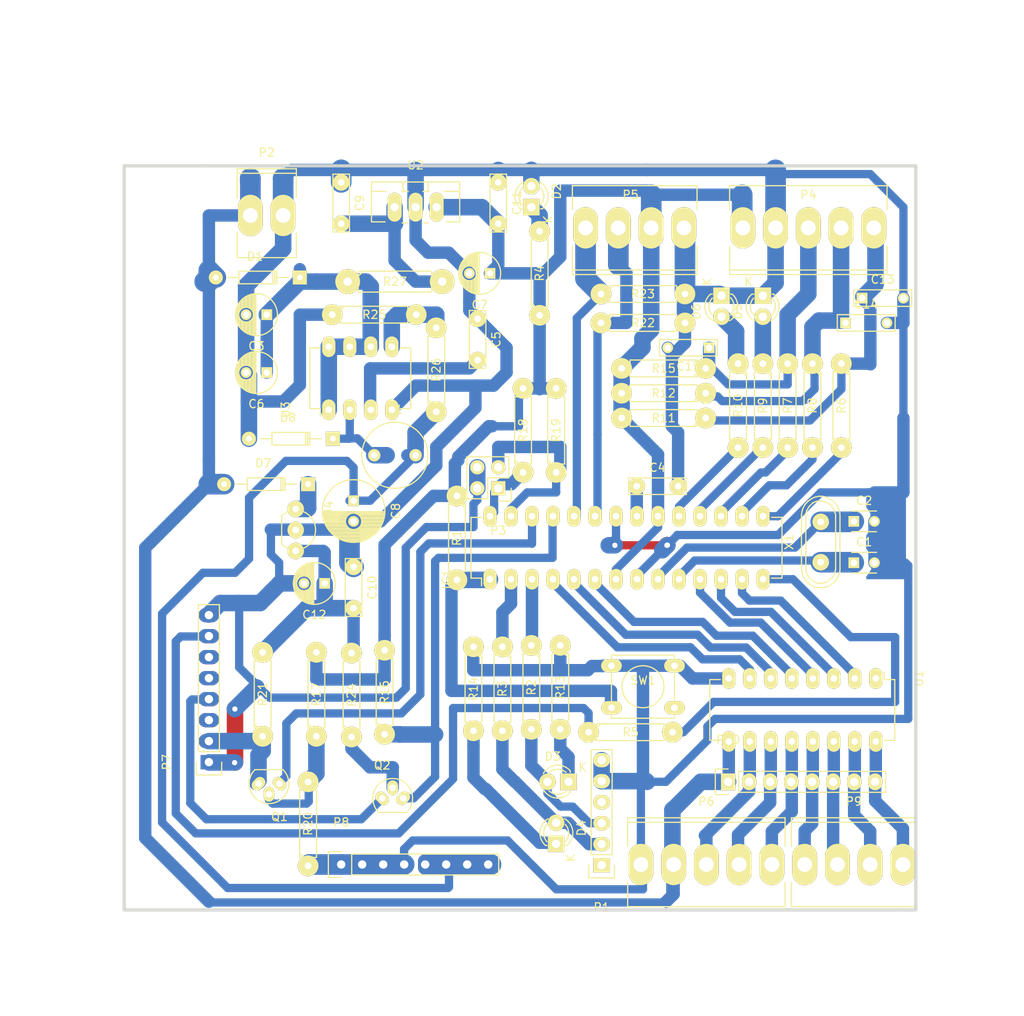
<source format=kicad_pcb>
(kicad_pcb (version 4) (host pcbnew 4.0.1-stable)
  (title_block (title gsmControl) (rev 3) (company popai-home))
  (layers (0 Front jumper) (31 Back signal) (35 F.Paste user) (37 F.SilkS user) (39 F.Mask user) (44 Edge.Cuts user))
  (net 0 "")
  (net 1 +12V)
  (net 2 +5V)
  (net 3 GND)
  (net 4 VCC)
  (net 5 "Net-(C1-Pad1)")
  (net 6 "Net-(C2-Pad1)")
  (net 7 "Net-(C4-Pad1)")
  (net 8 "Net-(C5-Pad2)")
  (net 9 "Net-(C9-Pad2)")
  (net 10 +3V3)
  (net 11 "Net-(D2-Pad1)")
  (net 12 "Net-(D3-Pad1)")
  (net 13 "Net-(D3-Pad2)")
  (net 14 "Net-(D4-Pad1)")
  (net 15 "Net-(D4-Pad2)")
  (net 16 "Net-(D5-Pad2)")
  (net 17 "Net-(D6-Pad2)")
  (net 18 "Net-(D8-Pad1)")
  (net 19 "Net-(IC1-Pad1)")
  (net 20 "Net-(IC1-Pad2)")
  (net 21 "Net-(IC1-Pad3)")
  (net 22 "Net-(IC1-Pad4)")
  (net 23 "Net-(IC1-Pad5)")
  (net 24 "Net-(IC1-Pad6)")
  (net 25 "Net-(IC1-Pad11)")
  (net 26 "Net-(IC1-Pad12)")
  (net 27 "Net-(IC1-Pad13)")
  (net 28 "Net-(IC1-Pad14)")
  (net 29 "Net-(IC1-Pad15)")
  (net 30 "Net-(IC1-Pad16)")
  (net 31 "Net-(IC1-Pad17)")
  (net 32 "Net-(IC1-Pad18)")
  (net 33 "Net-(IC1-Pad19)")
  (net 34 "Net-(IC1-Pad23)")
  (net 35 "Net-(IC1-Pad24)")
  (net 36 "Net-(IC1-Pad25)")
  (net 37 "Net-(IC1-Pad26)")
  (net 38 "Net-(IC1-Pad27)")
  (net 39 "Net-(IC1-Pad28)")
  (net 40 "Net-(P7-Pad2)")
  (net 41 "Net-(P7-Pad4)")
  (net 42 "Net-(Q1-Pad1)")
  (net 43 "Net-(Q2-Pad1)")
  (net 44 "Net-(R25-Pad2)")
  (net 45 "Net-(P7-Pad7)")
  (net 46 "Net-(D7-Pad1)")
  (net 47 VEE)
  (net 48 "Net-(P10-Pad2)")
  (net 49 "Net-(P10-Pad3)")
  (net 50 "Net-(P10-Pad4)")
  (net 51 "Net-(P10-Pad5)")
  (net 52 "Net-(P10-Pad6)")
  (net 53 "Net-(P10-Pad7)")
  (net 54 "Net-(P10-Pad8)")
  (net 55 "Net-(C13-Pad1)")
  (net 56 "Net-(C14-Pad1)")
  (net 57 "Net-(C15-Pad1)")
  (module Pin_Headers:Pin_Header_Straight_1x06 (layer Front) (at 132.5 157.58 180)
    (fp_text reference P1 (at 0 -5.1 180) (layer F.SilkS))
    (fp_text value CONN_01X06)
    (pad 1 thru_hole rect (at 0 0 180) (size 2.032 1.7272) (drill 1.016) (layers *.Cu *.Mask F.SilkS))
    (pad 2 thru_hole oval (at 0 2.54 180) (size 2.032 1.7272) (drill 1.016) (layers *.Cu *.Mask F.SilkS) (net 15 "Net-(D4-Pad2)"))
    (pad 3 thru_hole oval (at 0 5.08 180) (size 2.032 1.7272) (drill 1.016) (layers *.Cu *.Mask F.SilkS) (net 13 "Net-(D3-Pad2)"))
    (pad 4 thru_hole oval (at 0 7.62 180) (size 2.032 1.7272) (drill 1.016) (layers *.Cu *.Mask F.SilkS))
    (pad 5 thru_hole oval (at 0 10.16 180) (size 2.032 1.7272) (drill 1.016) (layers *.Cu *.Mask F.SilkS) (net 3 GND))
    (pad 6 thru_hole oval (at 0 12.7 180) (size 2.032 1.7272) (drill 1.016) (layers *.Cu *.Mask F.SilkS) (net 3 GND))
  )
  (module Housings_DIP:DIP-16_W7.62mm (layer Front) (at 165.66 135 270)
    (fp_text reference U1 (at 0 -5.22 270) (layer F.SilkS))
    (fp_text value ULN2003)
    (pad 1 thru_hole oval (at 0 0 270) (size 2.5 1.6) (drill 0.8) (layers *.Cu *.Mask F.SilkS))
    (pad 2 thru_hole oval (at 0 2.54 270) (size 2.5 1.6) (drill 0.8) (layers *.Cu *.Mask F.SilkS) (net 27 "Net-(IC1-Pad13)"))
    (pad 3 thru_hole oval (at 0 5.08 270) (size 2.5 1.6) (drill 0.8) (layers *.Cu *.Mask F.SilkS) (net 26 "Net-(IC1-Pad12)"))
    (pad 4 thru_hole oval (at 0 7.62 270) (size 2.5 1.6) (drill 0.8) (layers *.Cu *.Mask F.SilkS) (net 25 "Net-(IC1-Pad11)"))
    (pad 5 thru_hole oval (at 0 10.16 270) (size 2.5 1.6) (drill 0.8) (layers *.Cu *.Mask F.SilkS) (net 24 "Net-(IC1-Pad6)"))
    (pad 6 thru_hole oval (at 0 12.7 270) (size 2.5 1.6) (drill 0.8) (layers *.Cu *.Mask F.SilkS) (net 23 "Net-(IC1-Pad5)"))
    (pad 7 thru_hole oval (at 0 15.24 270) (size 2.5 1.6) (drill 0.8) (layers *.Cu *.Mask F.SilkS) (net 22 "Net-(IC1-Pad4)"))
    (pad 8 thru_hole oval (at 0 17.78 270) (size 2.5 1.6) (drill 0.8) (layers *.Cu *.Mask F.SilkS) (net 3 GND))
    (pad 9 thru_hole oval (at 7.62 17.78 270) (size 2.5 1.6) (drill 0.8) (layers *.Cu *.Mask F.SilkS) (net 4 VCC))
    (pad 10 thru_hole oval (at 7.62 15.24 270) (size 2.5 1.6) (drill 0.8) (layers *.Cu *.Mask F.SilkS) (net 48 "Net-(P10-Pad2)"))
    (pad 11 thru_hole oval (at 7.62 12.7 270) (size 2.5 1.6) (drill 0.8) (layers *.Cu *.Mask F.SilkS) (net 49 "Net-(P10-Pad3)"))
    (pad 12 thru_hole oval (at 7.62 10.16 270) (size 2.5 1.6) (drill 0.8) (layers *.Cu *.Mask F.SilkS) (net 50 "Net-(P10-Pad4)"))
    (pad 13 thru_hole oval (at 7.62 7.62 270) (size 2.5 1.6) (drill 0.8) (layers *.Cu *.Mask F.SilkS) (net 51 "Net-(P10-Pad5)"))
    (pad 14 thru_hole oval (at 7.62 5.08 270) (size 2.5 1.6) (drill 0.8) (layers *.Cu *.Mask F.SilkS) (net 52 "Net-(P10-Pad6)"))
    (pad 15 thru_hole oval (at 7.62 2.54 270) (size 2.5 1.6) (drill 0.8) (layers *.Cu *.Mask F.SilkS) (net 53 "Net-(P10-Pad7)"))
    (pad 16 thru_hole oval (at 7.62 0 270) (size 2.5 1.6) (drill 0.8) (layers *.Cu *.Mask F.SilkS) (net 54 "Net-(P10-Pad8)"))
  )
  (module Buttons_Switches_ThroughHole:SW_PUSH_SMALL (layer Front) (at 137.5 136)
    (fp_text reference SW1 (at 0 -0.762) (layer F.SilkS))
    (fp_text value Reset)
    (pad 1 thru_hole oval (at 3.81 -2.54) (size 2.5 1.6) (drill 0.8128) (layers *.Cu *.Mask F.SilkS) (net 3 GND))
    (pad 2 thru_hole oval (at 3.81 2.54) (size 2.5 1.6) (drill 0.8128) (layers *.Cu *.Mask F.SilkS) (net 19 "Net-(IC1-Pad1)"))
    (pad 1 thru_hole oval (at -3.81 -2.54) (size 2.5 1.6) (drill 0.8128) (layers *.Cu *.Mask F.SilkS) (net 3 GND))
    (pad 2 thru_hole oval (at -3.81 2.54) (size 2.5 1.6) (drill 0.8128) (layers *.Cu *.Mask F.SilkS) (net 19 "Net-(IC1-Pad1)"))
  )
  (module TO_SOT_Packages_THT:TO-92_Molded_Narrow_Oval (layer Front) (at 93.54 147.73 180)
    (fp_text reference Q1 (at 0 -4 180) (layer F.SilkS))
    (fp_text value NPN)
    (pad 1 thru_hole oval (at 1.27 -1.27 270) (size 1.80086 1.30048) (drill 0.8) (layers *.Cu *.Mask F.SilkS) (net 42 "Net-(Q1-Pad1)"))
    (pad 2 thru_hole oval (at 0 0 225) (size 1.30048 1.80086) (drill 0.8) (layers *.Cu *.Mask F.SilkS) (net 37 "Net-(IC1-Pad26)"))
    (pad 3 thru_hole oval (at 2.54 0 225) (size 1.80086 1.30048) (drill 0.8) (layers *.Cu *.Mask F.SilkS) (net 40 "Net-(P7-Pad2)"))
  )
  (module Discret:R4 (layer Front) (at 98 136.92 90)
    (fp_text reference R17 (at 0 0 90) (layer F.SilkS))
    (fp_text value 4K7)
    (pad 1 thru_hole circle (at -5.08 0 90) (size 2.5 2.5) (drill 0.8128) (layers *.Cu *.Mask F.SilkS) (net 42 "Net-(Q1-Pad1)"))
    (pad 2 thru_hole circle (at 5.08 0 90) (size 2.5 2.5) (drill 0.8128) (layers *.Cu *.Mask F.SilkS) (net 2 +5V))
  )
  (module Discret:R4 (layer Front) (at 91.5 136.92 90)
    (fp_text reference R21 (at 0 0 90) (layer F.SilkS))
    (fp_text value 4K7)
    (pad 1 thru_hole circle (at -5.08 0 90) (size 2.5 2.5) (drill 0.8128) (layers *.Cu *.Mask F.SilkS) (net 40 "Net-(P7-Pad2)"))
    (pad 2 thru_hole circle (at 5.08 0 90) (size 2.5 2.5) (drill 0.8128) (layers *.Cu *.Mask F.SilkS) (net 10 +3V3))
  )
  (module TO_SOT_Packages_THT:TO-92_Molded_Narrow_Oval (layer Front) (at 105.96 149.5)
    (fp_text reference Q2 (at 0 -4) (layer F.SilkS))
    (fp_text value NPN)
    (pad 1 thru_hole oval (at 1.27 -1.27 90) (size 1.80086 1.30048) (drill 0.8) (layers *.Cu *.Mask F.SilkS) (net 43 "Net-(Q2-Pad1)"))
    (pad 2 thru_hole oval (at 0 0 45) (size 1.30048 1.80086) (drill 0.8) (layers *.Cu *.Mask F.SilkS) (net 41 "Net-(P7-Pad4)"))
    (pad 3 thru_hole oval (at 2.54 0 45) (size 1.80086 1.30048) (drill 0.8) (layers *.Cu *.Mask F.SilkS) (net 36 "Net-(IC1-Pad25)"))
  )
  (module Discret:R4 (layer Front) (at 106.25 136.67 90)
    (fp_text reference R16 (at 0 0 90) (layer F.SilkS))
    (fp_text value 4K7)
    (pad 1 thru_hole circle (at -5.08 0 90) (size 2.5 2.5) (drill 0.8128) (layers *.Cu *.Mask F.SilkS) (net 36 "Net-(IC1-Pad25)"))
    (pad 2 thru_hole circle (at 5.08 0 90) (size 2.5 2.5) (drill 0.8128) (layers *.Cu *.Mask F.SilkS) (net 2 +5V))
  )
  (module Discret:R4 (layer Front) (at 97 152.58 90)
    (fp_text reference R20 (at 0 0 90) (layer F.SilkS))
    (fp_text value 5k6)
    (pad 1 thru_hole circle (at -5.08 0 90) (size 2.5 2.5) (drill 0.8128) (layers *.Cu *.Mask F.SilkS) (net 3 GND))
    (pad 2 thru_hole circle (at 5.08 0 90) (size 2.5 2.5) (drill 0.8128) (layers *.Cu *.Mask F.SilkS) (net 42 "Net-(Q1-Pad1)"))
  )
  (module Discret:R4 (layer Front) (at 102.25 137 90)
    (fp_text reference R24 (at 0 0 90) (layer F.SilkS))
    (fp_text value 4K7)
    (pad 1 thru_hole circle (at -5.08 0 90) (size 2.5 2.5) (drill 0.8128) (layers *.Cu *.Mask F.SilkS) (net 43 "Net-(Q2-Pad1)"))
    (pad 2 thru_hole circle (at 5.08 0 90) (size 2.5 2.5) (drill 0.8128) (layers *.Cu *.Mask F.SilkS) (net 10 +3V3))
  )
  (module Socket_Strips:Socket_Strip_Straight_1x08 (layer Front) (at 85 145.12 90)
    (fp_text reference P7 (at 0 -5.1 90) (layer F.SilkS))
    (fp_text value CONN_01X08)
    (pad 1 thru_hole rect (at 0 0 90) (size 1.7272 2.032) (drill 1.016) (layers *.Cu *.Mask) (net 3 GND))
    (pad 2 thru_hole oval (at 2.54 0 90) (size 1.7272 2.5) (drill 1.016) (layers *.Cu *.Mask) (net 40 "Net-(P7-Pad2)"))
    (pad 3 thru_hole oval (at 5.08 0 90) (size 1.7272 2.5) (drill 1.016) (layers *.Cu *.Mask))
    (pad 4 thru_hole oval (at 7.62 0 90) (size 1.7272 2.5) (drill 1.016) (layers *.Cu *.Mask) (net 41 "Net-(P7-Pad4)"))
    (pad 5 thru_hole oval (at 10.16 0 90) (size 1.7272 2.5) (drill 1.016) (layers *.Cu *.Mask))
    (pad 6 thru_hole oval (at 12.7 0 90) (size 1.7272 2.5) (drill 1.016) (layers *.Cu *.Mask))
    (pad 7 thru_hole oval (at 15.24 0 90) (size 1.7272 2.5) (drill 1.016) (layers *.Cu *.Mask) (net 45 "Net-(P7-Pad7)"))
    (pad 8 thru_hole oval (at 17.78 0 90) (size 1.7272 2.5) (drill 1.016) (layers *.Cu *.Mask) (net 3 GND))
  )
  (module Socket_Strips:Socket_Strip_Straight_1x08 (layer Front) (at 101 157.5)
    (fp_text reference P8 (at 0 -5.1) (layer F.SilkS))
    (fp_text value CONN_01X08)
    (pad 1 thru_hole rect (at 0 0) (size 1.7272 2.032) (drill 1.016) (layers *.Cu *.Mask) (net 3 GND))
    (pad 2 thru_hole oval (at 2.54 0) (size 1.7272 2.5) (drill 1.016) (layers *.Cu *.Mask) (net 3 GND))
    (pad 3 thru_hole oval (at 5.08 0) (size 1.7272 2.5) (drill 1.016) (layers *.Cu *.Mask) (net 3 GND))
    (pad 4 thru_hole oval (at 7.62 0) (size 1.7272 2.5) (drill 1.016) (layers *.Cu *.Mask) (net 3 GND))
    (pad 5 thru_hole oval (at 10.16 0) (size 1.7272 2.5) (drill 1.016) (layers *.Cu *.Mask) (net 47 VEE))
    (pad 6 thru_hole oval (at 12.7 0) (size 1.7272 2.5) (drill 1.016) (layers *.Cu *.Mask) (net 47 VEE))
    (pad 7 thru_hole oval (at 15.24 0) (size 1.7272 2.5) (drill 1.016) (layers *.Cu *.Mask) (net 47 VEE))
    (pad 8 thru_hole oval (at 17.78 0) (size 1.7272 2.5) (drill 1.016) (layers *.Cu *.Mask) (net 47 VEE))
  )
  (module Discret:R4 (layer Front) (at 120.5 136.25 270)
    (fp_text reference R3 (at 0 0 270) (layer F.SilkS))
    (fp_text value 270R)
    (pad 1 thru_hole circle (at -5.08 0 270) (size 2.5 2.5) (drill 0.8128) (layers *.Cu *.Mask F.SilkS) (net 20 "Net-(IC1-Pad2)"))
    (pad 2 thru_hole circle (at 5.08 0 270) (size 2.5 2.5) (drill 0.8128) (layers *.Cu *.Mask F.SilkS) (net 15 "Net-(D4-Pad2)"))
  )
  (module LEDs:LED-3MM (layer Front) (at 127 155 90)
    (fp_text reference D4 (at 1.91 3.06 90) (layer F.SilkS))
    (fp_text value LED)
    (fp_text user K (at -1.69 1.74 90) (layer F.SilkS))
    (pad 1 thru_hole rect (at 0 0 180) (size 2 2) (drill 1.00076) (layers *.Cu *.Mask F.SilkS) (net 14 "Net-(D4-Pad1)"))
    (pad 2 thru_hole circle (at 2.54 0 90) (size 2 2) (drill 1.00076) (layers *.Cu *.Mask F.SilkS) (net 15 "Net-(D4-Pad2)"))
  )
  (module Transistors_TO-220:TO-220_Neutral123_Vertical_LargePads (layer Front) (at 110 78)
    (fp_text reference U2 (at 0 -5.08) (layer F.SilkS))
    (fp_text value 78L05)
    (pad GND thru_hole oval (at 0 0 90) (size 3.50012 1.69926) (drill 1.00076) (layers *.Cu *.Mask F.SilkS) (net 3 GND))
    (pad VI thru_hole oval (at -2.54 0 90) (size 3.50012 1.69926) (drill 1.00076) (layers *.Cu *.Mask F.SilkS) (net 9 "Net-(C9-Pad2)"))
    (pad VO thru_hole oval (at 2.54 0 90) (size 3.50012 1.69926) (drill 1.00076) (layers *.Cu *.Mask F.SilkS) (net 2 +5V))
  )
  (module Housings_DIP:DIP-28_W7.62mm (layer Front) (at 119 123 90)
    (fp_text reference IC1 (at 0 -5.22 90) (layer F.SilkS))
    (fp_text value ATMEGA328-P)
    (pad 1 thru_hole oval (at 0 0 90) (size 2.5 1.6) (drill 0.8) (layers *.Cu *.Mask F.SilkS) (net 19 "Net-(IC1-Pad1)"))
    (pad 2 thru_hole oval (at 0 2.54 90) (size 2.5 1.6) (drill 0.8) (layers *.Cu *.Mask F.SilkS) (net 20 "Net-(IC1-Pad2)"))
    (pad 3 thru_hole oval (at 0 5.08 90) (size 2.5 1.6) (drill 0.8) (layers *.Cu *.Mask F.SilkS) (net 21 "Net-(IC1-Pad3)"))
    (pad 4 thru_hole oval (at 0 7.62 90) (size 2.5 1.6) (drill 0.8) (layers *.Cu *.Mask F.SilkS) (net 22 "Net-(IC1-Pad4)"))
    (pad 5 thru_hole oval (at 0 10.16 90) (size 2.5 1.6) (drill 0.8) (layers *.Cu *.Mask F.SilkS) (net 23 "Net-(IC1-Pad5)"))
    (pad 6 thru_hole oval (at 0 12.7 90) (size 2.5 1.6) (drill 0.8) (layers *.Cu *.Mask F.SilkS) (net 24 "Net-(IC1-Pad6)"))
    (pad 7 thru_hole oval (at 0 15.24 90) (size 2.5 1.6) (drill 0.8) (layers *.Cu *.Mask F.SilkS) (net 2 +5V))
    (pad 8 thru_hole oval (at 0 17.78 90) (size 2.5 1.6) (drill 0.8) (layers *.Cu *.Mask F.SilkS) (net 3 GND))
    (pad 9 thru_hole oval (at 0 20.32 90) (size 2.5 1.6) (drill 0.8) (layers *.Cu *.Mask F.SilkS) (net 6 "Net-(C2-Pad1)"))
    (pad 10 thru_hole oval (at 0 22.86 90) (size 2.5 1.6) (drill 0.8) (layers *.Cu *.Mask F.SilkS) (net 5 "Net-(C1-Pad1)"))
    (pad 11 thru_hole oval (at 0 25.4 90) (size 2.5 1.6) (drill 0.8) (layers *.Cu *.Mask F.SilkS) (net 25 "Net-(IC1-Pad11)"))
    (pad 12 thru_hole oval (at 0 27.94 90) (size 2.5 1.6) (drill 0.8) (layers *.Cu *.Mask F.SilkS) (net 26 "Net-(IC1-Pad12)"))
    (pad 13 thru_hole oval (at 0 30.48 90) (size 2.5 1.6) (drill 0.8) (layers *.Cu *.Mask F.SilkS) (net 27 "Net-(IC1-Pad13)"))
    (pad 14 thru_hole oval (at 0 33.02 90) (size 2.5 1.6) (drill 0.8) (layers *.Cu *.Mask F.SilkS) (net 28 "Net-(IC1-Pad14)"))
    (pad 15 thru_hole oval (at 7.62 33.02 90) (size 2.5 1.6) (drill 0.8) (layers *.Cu *.Mask F.SilkS) (net 29 "Net-(IC1-Pad15)"))
    (pad 16 thru_hole oval (at 7.62 30.48 90) (size 2.5 1.6) (drill 0.8) (layers *.Cu *.Mask F.SilkS) (net 30 "Net-(IC1-Pad16)"))
    (pad 17 thru_hole oval (at 7.62 27.94 90) (size 2.5 1.6) (drill 0.8) (layers *.Cu *.Mask F.SilkS) (net 31 "Net-(IC1-Pad17)"))
    (pad 18 thru_hole oval (at 7.62 25.4 90) (size 2.5 1.6) (drill 0.8) (layers *.Cu *.Mask F.SilkS) (net 32 "Net-(IC1-Pad18)"))
    (pad 19 thru_hole oval (at 7.62 22.86 90) (size 2.5 1.6) (drill 0.8) (layers *.Cu *.Mask F.SilkS) (net 33 "Net-(IC1-Pad19)"))
    (pad 20 thru_hole oval (at 7.62 20.32 90) (size 2.5 1.6) (drill 0.8) (layers *.Cu *.Mask F.SilkS) (net 2 +5V))
    (pad 21 thru_hole oval (at 7.62 17.78 90) (size 2.5 1.6) (drill 0.8) (layers *.Cu *.Mask F.SilkS) (net 7 "Net-(C4-Pad1)"))
    (pad 22 thru_hole oval (at 7.62 15.24 90) (size 2.5 1.6) (drill 0.8) (layers *.Cu *.Mask F.SilkS) (net 3 GND))
    (pad 23 thru_hole oval (at 7.62 12.7 90) (size 2.5 1.6) (drill 0.8) (layers *.Cu *.Mask F.SilkS) (net 34 "Net-(IC1-Pad23)"))
    (pad 24 thru_hole oval (at 7.62 10.16 90) (size 2.5 1.6) (drill 0.8) (layers *.Cu *.Mask F.SilkS) (net 35 "Net-(IC1-Pad24)"))
    (pad 25 thru_hole oval (at 7.62 7.62 90) (size 2.5 1.6) (drill 0.8) (layers *.Cu *.Mask F.SilkS) (net 36 "Net-(IC1-Pad25)"))
    (pad 26 thru_hole oval (at 7.62 5.08 90) (size 2.5 1.6) (drill 0.8) (layers *.Cu *.Mask F.SilkS) (net 37 "Net-(IC1-Pad26)"))
    (pad 27 thru_hole oval (at 7.62 2.54 90) (size 2.5 1.6) (drill 0.8) (layers *.Cu *.Mask F.SilkS) (net 38 "Net-(IC1-Pad27)"))
    (pad 28 thru_hole oval (at 7.62 0 90) (size 2.5 1.6) (drill 0.8) (layers *.Cu *.Mask F.SilkS) (net 39 "Net-(IC1-Pad28)"))
  )
  (module Capacitors_ThroughHole:C_Radial_D5_L6_P2.5 (layer Front) (at 92 91 180)
    (fp_text reference C3 (at 1.25 -3.8 180) (layer F.SilkS))
    (fp_text value "330 uF")
    (pad 1 thru_hole rect (at 0 0 180) (size 1.3 1.3) (drill 0.8) (layers *.Cu *.Mask F.SilkS) (net 1 +12V))
    (pad 2 thru_hole circle (at 2.5 0 180) (size 1.3 1.3) (drill 0.8) (layers *.Cu *.Mask F.SilkS) (net 3 GND))
  )
  (module Capacitors_ThroughHole:C_Rect_L7_W2_P5 (layer Front) (at 136.75 111.75)
    (fp_text reference C4 (at 2.5 -2.25) (layer F.SilkS))
    (fp_text value 100nF)
    (pad 1 thru_hole circle (at 0 0) (size 2 2) (drill 0.8) (layers *.Cu *.Mask F.SilkS) (net 7 "Net-(C4-Pad1)"))
    (pad 2 thru_hole circle (at 5 0) (size 2 2) (drill 0.8) (layers *.Cu *.Mask F.SilkS) (net 3 GND))
  )
  (module Capacitors_ThroughHole:C_Rect_L7_W2_P5 (layer Front) (at 117.5 91.5 270)
    (fp_text reference C5 (at 2.5 -2.25 270) (layer F.SilkS))
    (fp_text value 200pF)
    (pad 1 thru_hole circle (at 0 0 270) (size 2 2) (drill 0.8) (layers *.Cu *.Mask F.SilkS) (net 3 GND))
    (pad 2 thru_hole circle (at 5 0 270) (size 2 2) (drill 0.8) (layers *.Cu *.Mask F.SilkS) (net 8 "Net-(C5-Pad2)"))
  )
  (module Capacitors_ThroughHole:C_Radial_D5_L6_P2.5 (layer Front) (at 92 98 180)
    (fp_text reference C6 (at 1.25 -3.8 180) (layer F.SilkS))
    (fp_text value "330 uF")
    (pad 1 thru_hole rect (at 0 0 180) (size 1.3 1.3) (drill 0.8) (layers *.Cu *.Mask F.SilkS) (net 1 +12V))
    (pad 2 thru_hole circle (at 2.5 0 180) (size 1.3 1.3) (drill 0.8) (layers *.Cu *.Mask F.SilkS) (net 3 GND))
  )
  (module Capacitors_ThroughHole:C_Radial_D5_L6_P2.5 (layer Front) (at 119 86 180)
    (fp_text reference C7 (at 1.25 -3.8 180) (layer F.SilkS))
    (fp_text value "100 uF")
    (pad 1 thru_hole rect (at 0 0 180) (size 1.3 1.3) (drill 0.8) (layers *.Cu *.Mask F.SilkS) (net 2 +5V))
    (pad 2 thru_hole circle (at 2.5 0 180) (size 1.3 1.3) (drill 0.8) (layers *.Cu *.Mask F.SilkS) (net 3 GND))
  )
  (module Capacitors_ThroughHole:C_Radial_D7.5_L11.2_P2.5 (layer Front) (at 102.5 113.5 270)
    (fp_text reference C8 (at 1.25 -5.1 270) (layer F.SilkS))
    (fp_text value "470 uF")
    (pad 2 thru_hole circle (at 2.5 0 270) (size 1.3 1.3) (drill 0.8) (layers *.Cu *.Mask F.SilkS) (net 3 GND))
    (pad 1 thru_hole rect (at 0 0 270) (size 1.3 1.3) (drill 0.8) (layers *.Cu *.Mask F.SilkS) (net 47 VEE))
  )
  (module Capacitors_ThroughHole:C_Rect_L7_W2_P5 (layer Front) (at 101 75 270)
    (fp_text reference C9 (at 2.5 -2.25 270) (layer F.SilkS))
    (fp_text value 330nF)
    (pad 1 thru_hole circle (at 0 0 270) (size 2 2) (drill 0.8) (layers *.Cu *.Mask F.SilkS) (net 3 GND))
    (pad 2 thru_hole circle (at 5 0 270) (size 2 2) (drill 0.8) (layers *.Cu *.Mask F.SilkS) (net 9 "Net-(C9-Pad2)"))
  )
  (module Capacitors_ThroughHole:C_Rect_L7_W2_P5 (layer Front) (at 102.5 121.5 270)
    (fp_text reference C10 (at 2.5 -2.25 270) (layer F.SilkS))
    (fp_text value 330nF)
    (pad 1 thru_hole circle (at 0 0 270) (size 2 2) (drill 0.8) (layers *.Cu *.Mask F.SilkS) (net 3 GND))
    (pad 2 thru_hole circle (at 5 0 270) (size 2 2) (drill 0.8) (layers *.Cu *.Mask F.SilkS) (net 10 +3V3))
  )
  (module Capacitors_ThroughHole:C_Rect_L7_W2_P5 (layer Front) (at 120 75 270)
    (fp_text reference C11 (at 2.5 -2.25 270) (layer F.SilkS))
    (fp_text value 10nF)
    (pad 1 thru_hole circle (at 0 0 270) (size 2 2) (drill 0.8) (layers *.Cu *.Mask F.SilkS) (net 3 GND))
    (pad 2 thru_hole circle (at 5 0 270) (size 2 2) (drill 0.8) (layers *.Cu *.Mask F.SilkS) (net 2 +5V))
  )
  (module Capacitors_ThroughHole:C_Radial_D5_L6_P2.5 (layer Front) (at 99 123.5 180)
    (fp_text reference C12 (at 1.25 -3.8 180) (layer F.SilkS))
    (fp_text value "100 uF")
    (pad 1 thru_hole rect (at 0 0 180) (size 1.3 1.3) (drill 0.8) (layers *.Cu *.Mask F.SilkS) (net 10 +3V3))
    (pad 2 thru_hole circle (at 2.5 0 180) (size 1.3 1.3) (drill 0.8) (layers *.Cu *.Mask F.SilkS) (net 3 GND))
  )
  (module Diodes_ThroughHole:Diode_DO-35_SOD27_Horizontal_RM10 (layer Front) (at 96 86.5 180)
    (fp_text reference D1 (at 5.43052 2.53746 180) (layer F.SilkS))
    (fp_text value D)
    (pad 2 thru_hole circle (at 10.16052 -0.00254) (size 1.69926 1.69926) (drill 0.70104) (layers *.Cu *.Mask F.SilkS) (net 4 VCC))
    (pad 1 thru_hole rect (at 0.00052 -0.00254) (size 1.69926 1.69926) (drill 0.70104) (layers *.Cu *.Mask F.SilkS) (net 1 +12V))
  )
  (module LEDs:LED-3MM (layer Front) (at 124 78 90)
    (fp_text reference D2 (at 1.91 3.06 90) (layer F.SilkS))
    (fp_text value LED)
    (fp_text user K (at -1.5 2 90) (layer F.SilkS))
    (pad 1 thru_hole rect (at 0 0 180) (size 2 2) (drill 1.00076) (layers *.Cu *.Mask F.SilkS) (net 11 "Net-(D2-Pad1)"))
    (pad 2 thru_hole circle (at 2.54 0 90) (size 2 2) (drill 1.00076) (layers *.Cu *.Mask F.SilkS) (net 3 GND))
  )
  (module LEDs:LED-3MM (layer Front) (at 128.5 147.5 180)
    (fp_text reference D3 (at 1.91 3.06 180) (layer F.SilkS))
    (fp_text value LED)
    (fp_text user K (at -1.69 1.74 180) (layer F.SilkS))
    (pad 1 thru_hole rect (at 0 0 270) (size 2 2) (drill 1.00076) (layers *.Cu *.Mask F.SilkS) (net 12 "Net-(D3-Pad1)"))
    (pad 2 thru_hole circle (at 2.54 0 180) (size 2 2) (drill 1.00076) (layers *.Cu *.Mask F.SilkS) (net 13 "Net-(D3-Pad2)"))
  )
  (module LEDs:LED-3MM (layer Front) (at 152 88.71 270)
    (fp_text reference D5 (at 1.91 3.06 270) (layer F.SilkS))
    (fp_text value LED)
    (fp_text user K (at -1.69 1.74 360) (layer F.SilkS))
    (pad 1 thru_hole rect (at 0 0) (size 2 2) (drill 1.00076) (layers *.Cu *.Mask F.SilkS) (net 3 GND))
    (pad 2 thru_hole circle (at 2.54 0 270) (size 2 2) (drill 1.00076) (layers *.Cu *.Mask F.SilkS) (net 16 "Net-(D5-Pad2)"))
  )
  (module LEDs:LED-3MM (layer Front) (at 147 88.71 270)
    (fp_text reference D6 (at 1.91 3.06 270) (layer F.SilkS))
    (fp_text value LED)
    (fp_text user K (at -1.69 1.74 270) (layer F.SilkS))
    (pad 1 thru_hole rect (at 0 0) (size 2 2) (drill 1.00076) (layers *.Cu *.Mask F.SilkS) (net 3 GND))
    (pad 2 thru_hole circle (at 2.54 0 270) (size 2 2) (drill 1.00076) (layers *.Cu *.Mask F.SilkS) (net 17 "Net-(D6-Pad2)"))
  )
  (module Diodes_ThroughHole:Diode_DO-35_SOD27_Horizontal_RM10 (layer Front) (at 100 106 180)
    (fp_text reference D8 (at 5.43052 2.53746 180) (layer F.SilkS))
    (fp_text value 1N5819)
    (pad 2 thru_hole circle (at 10.16052 -0.00254) (size 1.69926 1.69926) (drill 0.70104) (layers *.Cu *.Mask F.SilkS) (net 3 GND))
    (pad 1 thru_hole rect (at 0.00052 -0.00254) (size 1.69926 1.69926) (drill 0.70104) (layers *.Cu *.Mask F.SilkS) (net 18 "Net-(D8-Pad1)"))
  )
  (module Inductors_NEOSID:Neosid_Inductor_Sd8 (layer Front) (at 107.5 108)
    (fp_text reference L1 (at 0.09906 -5.4991) (layer F.SilkS))
    (fp_text value 20uH)
    (pad 2 thru_hole circle (at 2.49936 0) (size 1.50114 1.50114) (drill 0.8001) (layers *.Cu *.Mask F.SilkS) (net 47 VEE))
    (pad 1 thru_hole circle (at -2.49936 0) (size 1.50114 1.50114) (drill 0.8001) (layers *.Cu *.Mask F.SilkS) (net 18 "Net-(D8-Pad1)"))
  )
  (module Pin_Headers:Pin_Header_Straight_2x02 (layer Front) (at 120 112 180)
    (fp_text reference P3 (at 0 -5.1 180) (layer F.SilkS))
    (fp_text value CONN_02X02)
    (pad 1 thru_hole rect (at 0 0 180) (size 1.7272 1.7272) (drill 1.016) (layers *.Cu *.Mask F.SilkS) (net 39 "Net-(IC1-Pad28)"))
    (pad 2 thru_hole oval (at 2.54 0 180) (size 1.7272 1.7272) (drill 1.016) (layers *.Cu *.Mask F.SilkS) (net 3 GND))
    (pad 3 thru_hole oval (at 0 2.54 180) (size 1.7272 1.7272) (drill 1.016) (layers *.Cu *.Mask F.SilkS) (net 38 "Net-(IC1-Pad27)"))
    (pad 4 thru_hole oval (at 2.54 2.54 180) (size 1.7272 1.7272) (drill 1.016) (layers *.Cu *.Mask F.SilkS) (net 3 GND))
  )
  (module Discret:R4 (layer Front) (at 115 118 270)
    (fp_text reference R1 (at 0 0 270) (layer F.SilkS))
    (fp_text value 10K)
    (pad 1 thru_hole circle (at -5.08 0 270) (size 2.5 2.5) (drill 0.8128) (layers *.Cu *.Mask F.SilkS) (net 2 +5V))
    (pad 2 thru_hole circle (at 5.08 0 270) (size 2.5 2.5) (drill 0.8128) (layers *.Cu *.Mask F.SilkS) (net 19 "Net-(IC1-Pad1)"))
  )
  (module Discret:R4 (layer Front) (at 124 136.08 270)
    (fp_text reference R2 (at 0 0 270) (layer F.SilkS))
    (fp_text value 270R)
    (pad 1 thru_hole circle (at -5.08 0 270) (size 2.5 2.5) (drill 0.8128) (layers *.Cu *.Mask F.SilkS) (net 21 "Net-(IC1-Pad3)"))
    (pad 2 thru_hole circle (at 5.08 0 270) (size 2.5 2.5) (drill 0.8128) (layers *.Cu *.Mask F.SilkS) (net 13 "Net-(D3-Pad2)"))
  )
  (module Discret:R4 (layer Front) (at 125 86 90)
    (fp_text reference R4 (at 0 0 90) (layer F.SilkS))
    (fp_text value 1K5)
    (pad 1 thru_hole circle (at -5.08 0 90) (size 2.5 2.5) (drill 0.8128) (layers *.Cu *.Mask F.SilkS) (net 2 +5V))
    (pad 2 thru_hole circle (at 5.08 0 90) (size 2.5 2.5) (drill 0.8128) (layers *.Cu *.Mask F.SilkS) (net 11 "Net-(D2-Pad1)"))
  )
  (module Discret:R4 (layer Front) (at 136 141.5)
    (fp_text reference R5 (at 0 0) (layer F.SilkS))
    (fp_text value 4K7)
    (pad 1 thru_hole circle (at -5.08 0) (size 2.5 2.5) (drill 0.8128) (layers *.Cu *.Mask F.SilkS) (net 45 "Net-(P7-Pad7)"))
    (pad 2 thru_hole circle (at 5.08 0) (size 2.5 2.5) (drill 0.8128) (layers *.Cu *.Mask F.SilkS) (net 28 "Net-(IC1-Pad14)"))
  )
  (module Discret:R4 (layer Front) (at 161.49754 102.00094 270)
    (fp_text reference R6 (at 0 0 270) (layer F.SilkS))
    (fp_text value 1K)
    (pad 1 thru_hole circle (at -5.08 0 270) (size 2.5 2.5) (drill 0.8128) (layers *.Cu *.Mask F.SilkS) (net 55 "Net-(C13-Pad1)"))
    (pad 2 thru_hole circle (at 5.08 0 270) (size 2.5 2.5) (drill 0.8128) (layers *.Cu *.Mask F.SilkS) (net 29 "Net-(IC1-Pad15)"))
  )
  (module Discret:R4 (layer Front) (at 155 102 270)
    (fp_text reference R7 (at 0 0 270) (layer F.SilkS))
    (fp_text value 1K)
    (pad 1 thru_hole circle (at -5.08 0 270) (size 2.5 2.5) (drill 0.8128) (layers *.Cu *.Mask F.SilkS) (net 57 "Net-(C15-Pad1)"))
    (pad 2 thru_hole circle (at 5.08 0 270) (size 2.5 2.5) (drill 0.8128) (layers *.Cu *.Mask F.SilkS) (net 31 "Net-(IC1-Pad17)"))
  )
  (module Discret:R4 (layer Front) (at 158 102 270)
    (fp_text reference R8 (at 0 0 270) (layer F.SilkS))
    (fp_text value 1K)
    (pad 1 thru_hole circle (at -5.08 0 270) (size 2.5 2.5) (drill 0.8128) (layers *.Cu *.Mask F.SilkS) (net 56 "Net-(C14-Pad1)"))
    (pad 2 thru_hole circle (at 5.08 0 270) (size 2.5 2.5) (drill 0.8128) (layers *.Cu *.Mask F.SilkS) (net 30 "Net-(IC1-Pad16)"))
  )
  (module Discret:R4 (layer Front) (at 151.99794 102.00094 270)
    (fp_text reference R9 (at 0 0 270) (layer F.SilkS))
    (fp_text value 330)
    (pad 1 thru_hole circle (at -5.08 0 270) (size 2.5 2.5) (drill 0.8128) (layers *.Cu *.Mask F.SilkS) (net 16 "Net-(D5-Pad2)"))
    (pad 2 thru_hole circle (at 5.08 0 270) (size 2.5 2.5) (drill 0.8128) (layers *.Cu *.Mask F.SilkS) (net 32 "Net-(IC1-Pad18)"))
  )
  (module Discret:R4 (layer Front) (at 148.9982 102.00094 270)
    (fp_text reference R10 (at 0 0 270) (layer F.SilkS))
    (fp_text value 330)
    (pad 1 thru_hole circle (at -5.08 0 270) (size 2.5 2.5) (drill 0.8128) (layers *.Cu *.Mask F.SilkS) (net 17 "Net-(D6-Pad2)"))
    (pad 2 thru_hole circle (at 5.08 0 270) (size 2.5 2.5) (drill 0.8128) (layers *.Cu *.Mask F.SilkS) (net 33 "Net-(IC1-Pad19)"))
  )
  (module Discret:R4 (layer Front) (at 140 103.5 180)
    (fp_text reference R11 (at 0 0 180) (layer F.SilkS))
    (fp_text value 10k)
    (pad 1 thru_hole circle (at -5.08 0 180) (size 2.5 2.5) (drill 0.8128) (layers *.Cu *.Mask F.SilkS) (net 55 "Net-(C13-Pad1)"))
    (pad 2 thru_hole circle (at 5.08 0 180) (size 2.5 2.5) (drill 0.8128) (layers *.Cu *.Mask F.SilkS) (net 2 +5V))
  )
  (module Discret:R4 (layer Front) (at 140 100.5 180)
    (fp_text reference R12 (at 0 0 180) (layer F.SilkS))
    (fp_text value 10k)
    (pad 1 thru_hole circle (at -5.08 0 180) (size 2.5 2.5) (drill 0.8128) (layers *.Cu *.Mask F.SilkS) (net 56 "Net-(C14-Pad1)"))
    (pad 2 thru_hole circle (at 5.08 0 180) (size 2.5 2.5) (drill 0.8128) (layers *.Cu *.Mask F.SilkS) (net 2 +5V))
  )
  (module Discret:R4 (layer Front) (at 127.5 136.08 270)
    (fp_text reference R13 (at 0 0 270) (layer F.SilkS))
    (fp_text value 1k5)
    (pad 1 thru_hole circle (at -5.08 0 270) (size 2.5 2.5) (drill 0.8128) (layers *.Cu *.Mask F.SilkS) (net 3 GND))
    (pad 2 thru_hole circle (at 5.08 0 270) (size 2.5 2.5) (drill 0.8128) (layers *.Cu *.Mask F.SilkS) (net 12 "Net-(D3-Pad1)"))
  )
  (module Discret:R4 (layer Front) (at 117 136.25 270)
    (fp_text reference R14 (at 0 0 270) (layer F.SilkS))
    (fp_text value 1k5)
    (pad 1 thru_hole circle (at -5.08 0 270) (size 2.5 2.5) (drill 0.8128) (layers *.Cu *.Mask F.SilkS) (net 3 GND))
    (pad 2 thru_hole circle (at 5.08 0 270) (size 2.5 2.5) (drill 0.8128) (layers *.Cu *.Mask F.SilkS) (net 14 "Net-(D4-Pad1)"))
  )
  (module Discret:R4 (layer Front) (at 140 97.5 180)
    (fp_text reference R15 (at 0 0 180) (layer F.SilkS))
    (fp_text value 10k)
    (pad 1 thru_hole circle (at -5.08 0 180) (size 2.5 2.5) (drill 0.8128) (layers *.Cu *.Mask F.SilkS) (net 57 "Net-(C15-Pad1)"))
    (pad 2 thru_hole circle (at 5.08 0 180) (size 2.5 2.5) (drill 0.8128) (layers *.Cu *.Mask F.SilkS) (net 2 +5V))
  )
  (module Discret:R4 (layer Front) (at 123 105 90)
    (fp_text reference R18 (at 0 0 90) (layer F.SilkS))
    (fp_text value 10K)
    (pad 1 thru_hole circle (at -5.08 0 90) (size 2.5 2.5) (drill 0.8128) (layers *.Cu *.Mask F.SilkS) (net 39 "Net-(IC1-Pad28)"))
    (pad 2 thru_hole circle (at 5.08 0 90) (size 2.5 2.5) (drill 0.8128) (layers *.Cu *.Mask F.SilkS) (net 2 +5V))
  )
  (module Discret:R4 (layer Front) (at 127 105 90)
    (fp_text reference R19 (at 0 0 90) (layer F.SilkS))
    (fp_text value 10K)
    (pad 1 thru_hole circle (at -5.08 0 90) (size 2.5 2.5) (drill 0.8128) (layers *.Cu *.Mask F.SilkS) (net 38 "Net-(IC1-Pad27)"))
    (pad 2 thru_hole circle (at 5.08 0 90) (size 2.5 2.5) (drill 0.8128) (layers *.Cu *.Mask F.SilkS) (net 2 +5V))
  )
  (module Discret:R4 (layer Front) (at 137.5 92)
    (fp_text reference R22 (at 0 0) (layer F.SilkS))
    (fp_text value 10K)
    (pad 1 thru_hole circle (at -5.08 0) (size 2.5 2.5) (drill 0.8128) (layers *.Cu *.Mask F.SilkS) (net 34 "Net-(IC1-Pad23)"))
    (pad 2 thru_hole circle (at 5.08 0) (size 2.5 2.5) (drill 0.8128) (layers *.Cu *.Mask F.SilkS) (net 3 GND))
  )
  (module Discret:R4 (layer Front) (at 137.5 88.5)
    (fp_text reference R23 (at 0 0) (layer F.SilkS))
    (fp_text value 10K)
    (pad 1 thru_hole circle (at -5.08 0) (size 2.5 2.5) (drill 0.8128) (layers *.Cu *.Mask F.SilkS) (net 35 "Net-(IC1-Pad24)"))
    (pad 2 thru_hole circle (at 5.08 0) (size 2.5 2.5) (drill 0.8128) (layers *.Cu *.Mask F.SilkS) (net 3 GND))
  )
  (module Discret:R4 (layer Front) (at 105 91)
    (fp_text reference R25 (at 0 0) (layer F.SilkS))
    (fp_text value 2.2k)
    (pad 1 thru_hole circle (at -5.08 0) (size 2.5 2.5) (drill 0.8128) (layers *.Cu *.Mask F.SilkS) (net 3 GND))
    (pad 2 thru_hole circle (at 5.08 0) (size 2.5 2.5) (drill 0.8128) (layers *.Cu *.Mask F.SilkS) (net 44 "Net-(R25-Pad2)"))
  )
  (module Discret:R4 (layer Front) (at 112.5 97.67 90)
    (fp_text reference R26 (at 0 0 90) (layer F.SilkS))
    (fp_text value 1k)
    (pad 1 thru_hole circle (at -5.08 0 90) (size 2.5 2.5) (drill 0.8128) (layers *.Cu *.Mask F.SilkS) (net 47 VEE))
    (pad 2 thru_hole circle (at 5.08 0 90) (size 2.5 2.5) (drill 0.8128) (layers *.Cu *.Mask F.SilkS) (net 44 "Net-(R25-Pad2)"))
  )
  (module Discret:R4-5 (layer Front) (at 107.5 87)
    (fp_text reference R27 (at 0 0) (layer F.SilkS))
    (fp_text value 10)
    (pad 1 thru_hole circle (at -5.715 0) (size 3 3) (drill 1.016) (layers *.Cu *.Mask F.SilkS) (net 1 +12V))
    (pad 2 thru_hole circle (at 5.715 0) (size 3 3) (drill 1.016) (layers *.Cu *.Mask F.SilkS) (net 9 "Net-(C9-Pad2)"))
  )
  (module Housings_DIP:DIP-8_W7.62mm (layer Front) (at 99.5 102.5 90)
    (fp_text reference U3 (at 0 -5.22 90) (layer F.SilkS))
    (fp_text value MC34063)
    (pad 1 thru_hole oval (at 0 0 90) (size 2.5 1.6) (drill 0.8) (layers *.Cu *.Mask F.SilkS) (net 1 +12V))
    (pad 2 thru_hole oval (at 0 2.54 90) (size 2.5 1.6) (drill 0.8) (layers *.Cu *.Mask F.SilkS) (net 18 "Net-(D8-Pad1)"))
    (pad 3 thru_hole oval (at 0 5.08 90) (size 2.5 1.6) (drill 0.8) (layers *.Cu *.Mask F.SilkS) (net 8 "Net-(C5-Pad2)"))
    (pad 4 thru_hole oval (at 0 7.62 90) (size 2.5 1.6) (drill 0.8) (layers *.Cu *.Mask F.SilkS) (net 3 GND))
    (pad 5 thru_hole oval (at 7.62 7.62 90) (size 2.5 1.6) (drill 0.8) (layers *.Cu *.Mask F.SilkS) (net 44 "Net-(R25-Pad2)"))
    (pad 6 thru_hole oval (at 7.62 5.08 90) (size 2.5 1.6) (drill 0.8) (layers *.Cu *.Mask F.SilkS) (net 1 +12V))
    (pad 7 thru_hole oval (at 7.62 2.54 90) (size 2.5 1.6) (drill 0.8) (layers *.Cu *.Mask F.SilkS) (net 1 +12V))
    (pad 8 thru_hole oval (at 7.62 0 90) (size 2.5 1.6) (drill 0.8) (layers *.Cu *.Mask F.SilkS) (net 1 +12V))
  )
  (module Crystals:Crystal_HC49-U_Vertical (layer Front) (at 159 118.5 90)
    (fp_text reference X1 (at 0 -3.81 90) (layer F.SilkS))
    (fp_text value 16Mhz)
    (pad 1 thru_hole circle (at -2.44094 0 90) (size 2 2) (drill 0.8001) (layers *.Cu *.Mask F.SilkS) (net 5 "Net-(C1-Pad1)"))
    (pad 2 thru_hole circle (at 2.44094 0 90) (size 2 2) (drill 0.8001) (layers *.Cu *.Mask F.SilkS) (net 6 "Net-(C2-Pad1)"))
  )
  (module Capacitors_ThroughHole:C_Disc_D3_P2.5 (layer Front) (at 163 121)
    (fp_text reference C1 (at 1.25 -2.5) (layer F.SilkS))
    (fp_text value 18pF)
    (pad 1 thru_hole rect (at 0 0) (size 1.3 1.3) (drill 0.8) (layers *.Cu *.Mask F.SilkS) (net 5 "Net-(C1-Pad1)"))
    (pad 2 thru_hole circle (at 2.5 0) (size 1.3 1.3) (drill 0.8001) (layers *.Cu *.Mask F.SilkS) (net 3 GND))
  )
  (module Capacitors_ThroughHole:C_Disc_D3_P2.5 (layer Front) (at 163 116)
    (fp_text reference C2 (at 1.25 -2.5) (layer F.SilkS))
    (fp_text value 18pF)
    (pad 1 thru_hole rect (at 0 0) (size 1.3 1.3) (drill 0.8) (layers *.Cu *.Mask F.SilkS) (net 6 "Net-(C2-Pad1)"))
    (pad 2 thru_hole circle (at 2.5 0) (size 1.3 1.3) (drill 0.8001) (layers *.Cu *.Mask F.SilkS) (net 3 GND))
  )
  (module Sockets_MOLEX_KK-System:Socket_MOLEX-KK-RM3-96mm_Lock_2pin_straight (layer Front) (at 92 79)
    (fp_text reference P2 (at 0 -7.62) (layer F.SilkS))
    (fp_text value CONN_01X02)
    (pad 1 thru_hole oval (at -1.9812 0) (size 2.99974 5.00126) (drill 1.80086) (layers *.Cu *.Mask F.SilkS) (net 4 VCC))
    (pad 2 thru_hole oval (at 1.9812 0) (size 2.99974 5.00126) (drill 1.80086) (layers *.Cu *.Mask F.SilkS) (net 3 GND))
  )
  (module Sockets_MOLEX_KK-System:Socket_MOLEX-KK-RM3-96mm_Lock_5pin_straight (layer Front) (at 157.5 80.5 180)
    (fp_text reference P4 (at 0 4 180) (layer F.SilkS))
    (fp_text value CONN_01X05)
    (pad 2 thru_hole oval (at -3.95986 0 180) (size 2.99974 5.00126) (drill 1.80086) (layers *.Cu *.Mask F.SilkS) (net 56 "Net-(C14-Pad1)"))
    (pad 3 thru_hole oval (at 0 0 180) (size 2.99974 5.00126) (drill 1.80086) (layers *.Cu *.Mask F.SilkS) (net 57 "Net-(C15-Pad1)"))
    (pad 4 thru_hole oval (at 3.95986 0 180) (size 2.99974 5.00126) (drill 1.80086) (layers *.Cu *.Mask F.SilkS) (net 3 GND))
    (pad 5 thru_hole oval (at 7.91972 0 180) (size 2.99974 5.00126) (drill 1.80086) (layers *.Cu *.Mask F.SilkS) (net 2 +5V))
    (pad 1 thru_hole oval (at -7.91972 0 180) (size 2.99974 5.00126) (drill 1.80086) (layers *.Cu *.Mask F.SilkS) (net 55 "Net-(C13-Pad1)"))
  )
  (module Sockets_MOLEX_KK-System:Socket_MOLEX-KK-RM3-96mm_Lock_4pin_straight (layer Front) (at 136.5 80.5 180)
    (fp_text reference P5 (at 0.5 4 180) (layer F.SilkS))
    (fp_text value CONN_01X04)
    (pad 2 thru_hole oval (at -1.9812 0 180) (size 2.99974 5.00126) (drill 1.80086) (layers *.Cu *.Mask F.SilkS) (net 2 +5V))
    (pad 3 thru_hole oval (at 1.9812 0 180) (size 2.99974 5.00126) (drill 1.80086) (layers *.Cu *.Mask F.SilkS) (net 34 "Net-(IC1-Pad23)"))
    (pad 1 thru_hole oval (at -5.94106 0 180) (size 2.99974 5.00126) (drill 1.80086) (layers *.Cu *.Mask F.SilkS) (net 3 GND))
    (pad 4 thru_hole oval (at 5.94106 0 180) (size 2.99974 5.00126) (drill 1.80086) (layers *.Cu *.Mask F.SilkS) (net 35 "Net-(IC1-Pad24)"))
  )
  (module Sockets_MOLEX_KK-System:Socket_MOLEX-KK-RM3-96mm_Lock_4pin_straight (layer Front) (at 163 157.5)
    (fp_text reference P9 (at 0 -7.62) (layer F.SilkS))
    (fp_text value CONN_01X04)
    (pad 2 thru_hole oval (at -1.9812 0) (size 2.99974 5.00126) (drill 1.80086) (layers *.Cu *.Mask F.SilkS) (net 52 "Net-(P10-Pad6)"))
    (pad 3 thru_hole oval (at 1.9812 0) (size 2.99974 5.00126) (drill 1.80086) (layers *.Cu *.Mask F.SilkS) (net 53 "Net-(P10-Pad7)"))
    (pad 1 thru_hole oval (at -5.94106 0) (size 2.99974 5.00126) (drill 1.80086) (layers *.Cu *.Mask F.SilkS) (net 51 "Net-(P10-Pad5)"))
    (pad 4 thru_hole oval (at 5.94106 0) (size 2.99974 5.00126) (drill 1.80086) (layers *.Cu *.Mask F.SilkS) (net 54 "Net-(P10-Pad8)"))
  )
  (module Diodes_ThroughHole:Diode_DO-35_SOD27_Horizontal_RM10 (layer Front) (at 97 111.5 180)
    (fp_text reference D7 (at 5.43052 2.53746 180) (layer F.SilkS))
    (fp_text value D)
    (pad 2 thru_hole circle (at 10.16052 -0.00254) (size 1.69926 1.69926) (drill 0.70104) (layers *.Cu *.Mask F.SilkS) (net 4 VCC))
    (pad 1 thru_hole rect (at 0.00052 -0.00254) (size 1.69926 1.69926) (drill 0.70104) (layers *.Cu *.Mask F.SilkS) (net 46 "Net-(D7-Pad1)"))
  )
  (module Sockets_MOLEX_KK-System:Socket_MOLEX-KK-RM3-96mm_Lock_5pin_straight (layer Front) (at 145.16972 157.5)
    (fp_text reference P6 (at 0 -7.62) (layer F.SilkS))
    (fp_text value CONN_01X05)
    (pad 2 thru_hole oval (at -3.95986 0) (size 2.99974 5.00126) (drill 1.80086) (layers *.Cu *.Mask F.SilkS) (net 4 VCC))
    (pad 3 thru_hole oval (at 0 0) (size 2.99974 5.00126) (drill 1.80086) (layers *.Cu *.Mask F.SilkS) (net 48 "Net-(P10-Pad2)"))
    (pad 4 thru_hole oval (at 3.95986 0) (size 2.99974 5.00126) (drill 1.80086) (layers *.Cu *.Mask F.SilkS) (net 49 "Net-(P10-Pad3)"))
    (pad 5 thru_hole oval (at 7.91972 0) (size 2.99974 5.00126) (drill 1.80086) (layers *.Cu *.Mask F.SilkS) (net 50 "Net-(P10-Pad4)"))
    (pad 1 thru_hole oval (at -7.91972 0) (size 2.99974 5.00126) (drill 1.80086) (layers *.Cu *.Mask F.SilkS) (net 3 GND))
  )
  (module TO_SOT_Packages_THT:TO-92_Inline_Wide (layer Front) (at 95.5 114.5 270)
    (fp_text reference U4 (at 0 -4 450) (layer F.SilkS))
    (fp_text value 78L33)
    (pad GND thru_hole circle (at 2.54 0) (size 2 2) (drill 0.8) (layers *.Cu *.Mask F.SilkS) (net 3 GND))
    (pad VO thru_hole circle (at 5.08 0) (size 2 2) (drill 0.8) (layers *.Cu *.Mask F.SilkS) (net 10 +3V3))
    (pad VI thru_hole circle (at 0 0) (size 2 2) (drill 0.8) (layers *.Cu *.Mask F.SilkS) (net 46 "Net-(D7-Pad1)"))
  )
  (module Socket_Strips:Socket_Strip_Straight_1x08 (layer Front) (at 147.8 147.5)
    (fp_text reference P10 (at 0 -5.1) (layer F.SilkS))
    (fp_text value CONN_01X08)
    (pad 1 thru_hole rect (at 0 0) (size 1.7272 2.032) (drill 1.016) (layers *.Cu *.Mask F.SilkS) (net 4 VCC))
    (pad 2 thru_hole oval (at 2.54 0) (size 1.7272 2.032) (drill 1.016) (layers *.Cu *.Mask F.SilkS) (net 48 "Net-(P10-Pad2)"))
    (pad 3 thru_hole oval (at 5.08 0) (size 1.7272 2.032) (drill 1.016) (layers *.Cu *.Mask F.SilkS) (net 49 "Net-(P10-Pad3)"))
    (pad 4 thru_hole oval (at 7.62 0) (size 1.7272 2.032) (drill 1.016) (layers *.Cu *.Mask F.SilkS) (net 50 "Net-(P10-Pad4)"))
    (pad 5 thru_hole oval (at 10.16 0) (size 1.7272 2.032) (drill 1.016) (layers *.Cu *.Mask F.SilkS) (net 51 "Net-(P10-Pad5)"))
    (pad 6 thru_hole oval (at 12.7 0) (size 1.7272 2.032) (drill 1.016) (layers *.Cu *.Mask F.SilkS) (net 52 "Net-(P10-Pad6)"))
    (pad 7 thru_hole oval (at 15.24 0) (size 1.7272 2.032) (drill 1.016) (layers *.Cu *.Mask F.SilkS) (net 53 "Net-(P10-Pad7)"))
    (pad 8 thru_hole oval (at 17.78 0) (size 1.7272 2.032) (drill 1.016) (layers *.Cu *.Mask F.SilkS) (net 54 "Net-(P10-Pad8)"))
  )
  (module Capacitors_ThroughHole:C_Rect_L7_W2_P5 (layer Front) (at 164 89)
    (fp_text reference C13 (at 2.5 -2.25) (layer F.SilkS))
    (fp_text value 100nF)
    (pad 1 thru_hole rect (at 0 0) (size 1.3 1.3) (drill 0.8) (layers *.Cu *.Mask F.SilkS) (net 55 "Net-(C13-Pad1)"))
    (pad 2 thru_hole circle (at 5 0) (size 1.3 1.3) (drill 0.8) (layers *.Cu *.Mask F.SilkS) (net 3 GND))
  )
  (module Capacitors_ThroughHole:C_Rect_L7_W2_P5 (layer Front) (at 162 92)
    (fp_text reference C14 (at 2.5 -2.25) (layer F.SilkS))
    (fp_text value 100nF)
    (pad 1 thru_hole rect (at 0 0) (size 1.3 1.3) (drill 0.8) (layers *.Cu *.Mask F.SilkS) (net 56 "Net-(C14-Pad1)"))
    (pad 2 thru_hole circle (at 5 0) (size 1.3 1.3) (drill 0.8) (layers *.Cu *.Mask F.SilkS) (net 3 GND))
  )
  (module Capacitors_ThroughHole:C_Rect_L7_W2_P5 (layer Front) (at 145.5 95 180)
    (fp_text reference C15 (at 2.5 -2.25 180) (layer F.SilkS))
    (fp_text value 100nF)
    (pad 1 thru_hole rect (at 0 0 180) (size 1.3 1.3) (drill 0.8) (layers *.Cu *.Mask F.SilkS) (net 57 "Net-(C15-Pad1)"))
    (pad 2 thru_hole circle (at 5 0 180) (size 1.3 1.3) (drill 0.8) (layers *.Cu *.Mask F.SilkS) (net 3 GND))
  )
  (gr_line (start 74.75 73) (end 84 73) (angle 90) (layer Edge.Cuts) (width 0.381))
  (gr_line (start 74.75 163) (end 74.75 73) (angle 90) (layer Edge.Cuts) (width 0.381))
  (gr_line (start 77.25 163) (end 74.75 163) (angle 90) (layer Edge.Cuts) (width 0.381))
  (gr_line (start 84 163) (end 77.25 163) (angle 90) (layer Edge.Cuts) (width 0.381))
  (gr_line (start 170.50004 162.99942) (end 84.00034 162.99942) (angle 90) (layer Edge.Cuts) (width 0.381))
  (gr_line (start 170.50004 158.99892) (end 170.50004 162.99942) (angle 90) (layer Edge.Cuts) (width 0.381))
  (gr_line (start 170.50004 72.9996) (end 170.50004 158.99892) (angle 90) (layer Edge.Cuts) (width 0.381))
  (gr_line (start 84.00034 72.9996) (end 170.50004 72.9996) (angle 90) (layer Edge.Cuts) (width 0.381))
  (segment (start 95.99948 86.50254) (end 96 86.50202) (width 1.50114) (layer Back) (net 1))
  (segment (start 96 86.50202) (end 96 85.5) (width 1.50114) (layer Back) (net 1))
  (segment (start 92 91) (end 92 98) (width 1.50114) (layer Back) (net 1))
  (segment (start 97.99746 86.99948) (end 96.00052 86.99948) (width 1.99898) (layer Back) (net 1))
  (segment (start 96.00052 86.99948) (end 92 91) (width 1.99898) (layer Back) (net 1))
  (segment (start 97.99746 86.99948) (end 101.78448 86.99948) (width 1.99898) (layer Back) (net 1))
  (segment (start 101.78448 86.99948) (end 101.785 87) (width 1.99898) (layer Back) (net 1))
  (segment (start 101.785 87) (end 104 87) (width 1.99898) (layer Back) (net 1))
  (segment (start 104.58 87.58) (end 104.58 94.88) (width 1.99898) (layer Back) (net 1))
  (segment (start 104 87) (end 104.58 87.58) (width 1.99898) (layer Back) (net 1))
  (segment (start 104.58 94.88) (end 102.04 94.88) (width 1.99898) (layer Back) (net 1))
  (segment (start 102.04 94.88) (end 99.5 94.88) (width 1.99898) (layer Back) (net 1))
  (segment (start 99.5 94.88) (end 99.5 102.5) (width 1.99898) (layer Back) (net 1))
  (segment (start 138.4812 80.5) (end 138.5 80.5188) (width 1.99898) (layer Back) (net 2))
  (segment (start 138.5 80.5188) (end 138.5 92.826911) (width 1.99898) (layer Back) (net 2))
  (segment (start 138.5 92.826911) (end 137.434243 93.892668) (width 1.99898) (layer Back) (net 2))
  (segment (start 137.434243 93.892668) (end 137.434243 94.985757) (width 1.99898) (layer Back) (net 2))
  (segment (start 137.434243 94.985757) (end 134.92 97.5) (width 1.99898) (layer Back) (net 2))
  (segment (start 98 131.84) (end 98 135.119927) (width 1.50114) (layer Back) (net 2))
  (segment (start 98 135.119927) (end 106.25 135.119927) (width 1.50114) (layer Back) (net 2))
  (segment (start 106.25 135.119927) (end 106.25 131.59) (width 1.50114) (layer Back) (net 2))
  (segment (start 115 112.92) (end 112.16872 112.92) (width 1.50114) (layer Back) (net 2))
  (segment (start 112.16872 112.92) (end 106.25 118.83872) (width 1.50114) (layer Back) (net 2))
  (segment (start 106.25 118.83872) (end 106.25 129.822234) (width 1.50114) (layer Back) (net 2))
  (segment (start 106.25 129.822234) (end 106.25 131.59) (width 1.50114) (layer Back) (net 2))
  (segment (start 115.168797 108.593453) (end 115.168797 108.18007) (width 1.5) (layer Back) (net 2))
  (segment (start 115.168797 108.18007) (end 118.848867 104.5) (width 1.5) (layer Back) (net 2))
  (segment (start 118.848867 104.5) (end 119.26225 104.5) (width 1.5) (layer Back) (net 2))
  (segment (start 114.75 113.17) (end 114.75 109.01225) (width 1.5) (layer Back) (net 2))
  (segment (start 114.75 109.01225) (end 115.168797 108.593453) (width 1.5) (layer Back) (net 2))
  (segment (start 119.26225 104.5) (end 120.5 104.5) (width 1.00076) (layer Back) (net 2))
  (segment (start 114.75 113.17) (end 115.104838 112.815162) (width 1.50114) (layer Back) (net 2))
  (segment (start 120.5 104.5) (end 122.5 104.5) (width 1.00076) (layer Back) (net 2))
  (segment (start 122.5 100.42) (end 123 99.92) (width 1.00076) (layer Back) (net 2))
  (segment (start 122.92 100) (end 123 99.92) (width 1.00076) (layer Back) (net 2))
  (segment (start 139.32 115.38) (end 139.32 116.73613) (width 1.00076) (layer Back) (net 2))
  (segment (start 139.32 116.73613) (end 134.24 121.81613) (width 1.00076) (layer Back) (net 2))
  (segment (start 134.24 121.81613) (end 134.24 123) (width 1.00076) (layer Back) (net 2))
  (segment (start 134.92 103.5) (end 139.32 107.9) (width 1.50114) (layer Back) (net 2))
  (segment (start 139.32 107.9) (end 139.32 115.38) (width 1.50114) (layer Back) (net 2))
  (segment (start 134.92 100.5) (end 134.92 103.5) (width 1.99898) (layer Back) (net 2))
  (segment (start 134.92 97.5) (end 134.92 100.5) (width 1.99898) (layer Back) (net 2))
  (segment (start 125 86.5) (end 127.5 84) (width 1.50114) (layer Back) (net 2))
  (segment (start 138 76) (end 138.5 76.5) (width 1.50114) (layer Back) (net 2))
  (segment (start 127.5 76) (end 138 76) (width 1.50114) (layer Back) (net 2))
  (segment (start 127.5 84) (end 127.5 76) (width 1.50114) (layer Back) (net 2))
  (segment (start 138.5 76.5) (end 149.5 76.5) (width 1.50114) (layer Back) (net 2))
  (segment (start 149.5 76.5) (end 149.5 80.41972) (width 2.49936) (layer Back) (net 2))
  (segment (start 138.5 80.4812) (end 138.5 76.5) (width 2.49936) (layer Back) (net 2))
  (segment (start 149.5 80.41972) (end 149.58028 80.5) (width 2.49936) (layer Back) (net 2))
  (segment (start 138.4812 80.5) (end 138.5 80.4812) (width 2.49936) (layer Back) (net 2))
  (segment (start 122.5 104.5) (end 122.5 100.42) (width 1.00076) (layer Back) (net 2))
  (segment (start 123 99.92) (end 125 99.92) (width 1.50114) (layer Back) (net 2))
  (segment (start 125 99.92) (end 125 100) (width 1.50114) (layer Back) (net 2))
  (segment (start 125 91.08) (end 125 100) (width 1.50114) (layer Back) (net 2))
  (segment (start 125.08 99.92) (end 127 99.92) (width 1.50114) (layer Back) (net 2))
  (segment (start 125 100) (end 125.08 99.92) (width 1.50114) (layer Back) (net 2))
  (segment (start 125 91.08) (end 125 86.5) (width 1.50114) (layer Back) (net 2))
  (segment (start 125 86.5) (end 125 86) (width 1.50114) (layer Back) (net 2))
  (segment (start 125 86) (end 119 86) (width 1.50114) (layer Back) (net 2))
  (segment (start 112.54 78) (end 118 78) (width 1.99898) (layer Back) (net 2))
  (segment (start 118 78) (end 120 80) (width 1.99898) (layer Back) (net 2))
  (segment (start 120 80) (end 120 85) (width 1.5) (layer Back) (net 2))
  (segment (start 120 85) (end 119 86) (width 1.5) (layer Back) (net 2))
  (segment (start 169 89) (end 169 92) (width 1.50114) (layer Back) (net 3))
  (segment (start 169 78) (end 169 92) (width 1.00076) (layer Back) (net 3))
  (segment (start 169 92) (end 169 103.5) (width 1.00076) (layer Back) (net 3))
  (segment (start 167 92) (end 169 92) (width 1.50114) (layer Back) (net 3))
  (segment (start 142.58 94.42) (end 141.5 95.5) (width 1.50114) (layer Back) (net 3))
  (segment (start 141.5 95.5) (end 141 96) (width 1.50114) (layer Back) (net 3))
  (segment (start 140.5 95) (end 141.149999 95.649999) (width 1.50114) (layer Back) (net 3))
  (segment (start 141.149999 95.649999) (end 141.350001 95.649999) (width 1.50114) (layer Back) (net 3))
  (segment (start 141.350001 95.649999) (end 141.5 95.5) (width 1.50114) (layer Back) (net 3))
  (segment (start 116.971594 134) (end 127.5 134) (width 1.50114) (layer Back) (net 3))
  (segment (start 127.5 134) (end 130.83 134) (width 1.50114) (layer Back) (net 3))
  (segment (start 127.5 131) (end 127.5 132.767766) (width 1.50114) (layer Back) (net 3))
  (segment (start 127.5 132.767766) (end 127.5 134) (width 1.50114) (layer Back) (net 3))
  (segment (start 165.5 121) (end 169.25 121) (width 1.00076) (layer Back) (net 3))
  (segment (start 169.25 121) (end 169.584381 121.334381) (width 1.00076) (layer Back) (net 3))
  (segment (start 169.584381 121.334381) (end 169.584381 139.890907) (width 1.00076) (layer Back) (net 3))
  (segment (start 169.584381 139.890907) (end 146.214416 139.890907) (width 1.00076) (layer Back) (net 3))
  (segment (start 146.214416 139.890907) (end 145.291021 140.814302) (width 1.00076) (layer Back) (net 3))
  (segment (start 145.291021 140.814302) (end 145.291021 142.48016) (width 1.00076) (layer Back) (net 3))
  (segment (start 145.291021 142.48016) (end 140.271181 147.5) (width 1.00076) (layer Back) (net 3))
  (segment (start 140.271181 147.5) (end 138 147.5) (width 1.00076) (layer Back) (net 3))
  (segment (start 137.5 133.46) (end 132.69 133.46) (width 1.50114) (layer Back) (net 3))
  (segment (start 141.353447 133.46) (end 137.5 133.46) (width 1.50114) (layer Back) (net 3))
  (segment (start 137.5 133.46) (end 137.5 147) (width 1.50114) (layer Back) (net 3))
  (segment (start 137.5 147) (end 137.92 147.42) (width 1.50114) (layer Back) (net 3))
  (segment (start 141.96 133.46) (end 143.5 135) (width 1.50114) (layer Back) (net 3))
  (segment (start 143.5 135) (end 147.88 135) (width 1.50114) (layer Back) (net 3))
  (segment (start 141.31 133.46) (end 141.96 133.46) (width 1.50114) (layer Back) (net 3))
  (segment (start 116.920703 131.135505) (end 116.971594 131.186396) (width 1.50114) (layer Back) (net 3))
  (segment (start 116.971594 131.186396) (end 116.971594 134) (width 1.50114) (layer Back) (net 3))
  (segment (start 130.83 134) (end 131.33 133.5) (width 1.50114) (layer Back) (net 3))
  (segment (start 121.130823 154.599535) (end 121.130823 154.61245) (width 1.00076) (layer Back) (net 3))
  (segment (start 121.130823 154.61245) (end 127.018373 160.5) (width 1.00076) (layer Back) (net 3))
  (segment (start 127.018373 160.5) (end 137.5 160.5) (width 1.00076) (layer Back) (net 3))
  (segment (start 137.5 160.5) (end 137.5 157.75) (width 1.00076) (layer Back) (net 3))
  (segment (start 137.5 157.75) (end 137.25 157.5) (width 1.00076) (layer Back) (net 3))
  (segment (start 121.13402 154.596338) (end 121.130823 154.599535) (width 1.00076) (layer Back) (net 3))
  (segment (start 109.64732 154.599535) (end 108.60516 155.641695) (width 1.00076) (layer Back) (net 3))
  (segment (start 121.130823 154.599535) (end 109.64732 154.599535) (width 1.00076) (layer Back) (net 3))
  (segment (start 108.60516 155.641695) (end 108.60516 157.371239) (width 1.00076) (layer Back) (net 3))
  (segment (start 108.60516 157.371239) (end 108.627334 157.393413) (width 1.00076) (layer Back) (net 3))
  (segment (start 138 147.5) (end 137.25 148.25) (width 1.00076) (layer Back) (net 3))
  (segment (start 132.5 147.42) (end 137.92 147.42) (width 1.99898) (layer Back) (net 3))
  (segment (start 137.92 147.42) (end 138 147.5) (width 1.99898) (layer Back) (net 3))
  (segment (start 132.5 144.88) (end 132.5 147.42) (width 1.99898) (layer Back) (net 3))
  (segment (start 137.25 148.25) (end 137.25 157.5) (width 1.00076) (layer Back) (net 3))
  (segment (start 132.69 133.46) (end 132.65 133.5) (width 1.50114) (layer Back) (net 3))
  (segment (start 132.65 133.5) (end 131.33 133.5) (width 1.50114) (layer Back) (net 3))
  (segment (start 101 157.5) (end 97.16 157.5) (width 2.49936) (layer Back) (net 3))
  (segment (start 97.16 157.5) (end 97 157.66) (width 2.49936) (layer Back) (net 3))
  (segment (start 103.54 157.5) (end 101 157.5) (width 2.49936) (layer Back) (net 3))
  (segment (start 106.08 157.5) (end 103.54 157.5) (width 2.49936) (layer Back) (net 3))
  (segment (start 108.62 157.5) (end 106.08 157.5) (width 2.49936) (layer Back) (net 3))
  (segment (start 117.46 112) (end 117.46 113.426485) (width 1.00076) (layer Back) (net 3))
  (segment (start 117.46 113.426485) (end 117 113.886485) (width 1.00076) (layer Back) (net 3))
  (segment (start 117 113.886485) (end 117 116.686188) (width 1.00076) (layer Back) (net 3))
  (segment (start 88.659852 133.659852) (end 88.659852 125.88) (width 1.00076) (layer Back) (net 3))
  (segment (start 117 116.686188) (end 111.313812 116.686188) (width 1.00076) (layer Back) (net 3))
  (segment (start 111.313812 116.686188) (end 108.810882 119.189118) (width 1.00076) (layer Back) (net 3))
  (segment (start 108.810882 119.189118) (end 108.810882 136.189118) (width 1.00076) (layer Back) (net 3))
  (segment (start 108.810882 136.189118) (end 107.681577 137.318423) (width 1.00076) (layer Back) (net 3))
  (segment (start 107.681577 137.318423) (end 92.318423 137.318423) (width 1.00076) (layer Back) (net 3))
  (segment (start 92.318423 137.318423) (end 88.659852 133.659852) (width 1.00076) (layer Back) (net 3))
  (segment (start 84.985835 127.273017) (end 86.378852 125.88) (width 1.99898) (layer Back) (net 3))
  (segment (start 86.378852 125.88) (end 88.659852 125.88) (width 1.99898) (layer Back) (net 3))
  (via (at 88.111072 145.183039) (size 0.889) (drill 0.635) (layers Front Back) (net 3))
  (segment (start 90.743532 136.097842) (end 90.743531 136.097842) (width 1.99898) (layer Back) (net 3))
  (segment (start 90.743531 136.097842) (end 88.143175 138.698198) (width 1.99898) (layer Back) (net 3))
  (via (at 88.143175 138.698198) (size 0.889) (drill 0.635) (layers Front Back) (net 3))
  (segment (start 88.16 145.16) (end 88.16 138.66) (width 1.99898) (layer Front) (net 3))
  (segment (start 85 145.16) (end 88.16 145.16) (width 1.99898) (layer Back) (net 3))
  (segment (start 88.659852 125.88) (end 91.194717 125.88) (width 1.99898) (layer Back) (net 3))
  (segment (start 91.194717 125.88) (end 92.5 124.574717) (width 1.99898) (layer Back) (net 3))
  (segment (start 92.5 124.574717) (end 93.574717 123.5) (width 1.99898) (layer Back) (net 3))
  (segment (start 93.5 123.574717) (end 93.5 121) (width 1.00076) (layer Back) (net 3))
  (segment (start 96.5 123.5) (end 93.574717 123.5) (width 1.99898) (layer Back) (net 3))
  (segment (start 93.574717 123.5) (end 93.5 123.574717) (width 1.99898) (layer Back) (net 3))
  (segment (start 112.5 109.25) (end 105.75 116) (width 1.50114) (layer Back) (net 3))
  (segment (start 105.75 116) (end 102.5 116) (width 1.50114) (layer Back) (net 3))
  (segment (start 112.5 107) (end 112.5 109.25) (width 1.50114) (layer Back) (net 3))
  (segment (start 117.234211 102.265789) (end 112.5 107) (width 1.50114) (layer Back) (net 3))
  (segment (start 117.234211 99.583167) (end 110.036833 99.583167) (width 1.50114) (layer Back) (net 3))
  (segment (start 119.416833 99.583167) (end 117.234211 99.583167) (width 1.50114) (layer Back) (net 3))
  (segment (start 117.234211 99.583167) (end 117.234211 102.265789) (width 1.50114) (layer Back) (net 3))
  (segment (start 117.5 91.5) (end 121 95) (width 1.50114) (layer Back) (net 3))
  (segment (start 121 95) (end 121 98) (width 1.50114) (layer Back) (net 3))
  (segment (start 121 98) (end 119.416833 99.583167) (width 1.50114) (layer Back) (net 3))
  (segment (start 110.036833 99.583167) (end 107.12 102.5) (width 1.50114) (layer Back) (net 3))
  (segment (start 133.25 119) (end 133.355674 118.894326) (width 1.50114) (layer Back) (net 3))
  (segment (start 93.5 121) (end 92.5 120) (width 1.00076) (layer Back) (net 3))
  (segment (start 92.5 120) (end 92.5 117) (width 1.00076) (layer Back) (net 3))
  (segment (start 165.5 112.5) (end 169 112.5) (width 1.50114) (layer Back) (net 3))
  (segment (start 169 112.5) (end 169 103.5) (width 1.50114) (layer Back) (net 3))
  (segment (start 142.58 92) (end 142.58 94.42) (width 1.50114) (layer Back) (net 3))
  (segment (start 141.75 105.25) (end 141.75 111.75) (width 1.50114) (layer Back) (net 3))
  (segment (start 141 104.5) (end 141.75 105.25) (width 1.50114) (layer Back) (net 3))
  (segment (start 141 96) (end 141 104.5) (width 1.50114) (layer Back) (net 3))
  (segment (start 153.54014 74) (end 165 74) (width 1.00076) (layer Back) (net 3))
  (segment (start 165 74) (end 169 78) (width 1.00076) (layer Back) (net 3))
  (segment (start 102 116) (end 102 121) (width 2.49936) (layer Back) (net 3))
  (segment (start 102 121) (end 102.5 121.5) (width 2.49936) (layer Back) (net 3))
  (segment (start 102 116) (end 102 117.153387) (width 1.99898) (layer Back) (net 3))
  (segment (start 95 117) (end 101.846613 117) (width 1.50114) (layer Back) (net 3))
  (segment (start 101.846613 117) (end 102 117.153387) (width 1.50114) (layer Back) (net 3))
  (segment (start 95 117) (end 92.5 117) (width 1.50114) (layer Back) (net 3))
  (segment (start 92.5 117) (end 92.5 117) (width 1.50114) (layer Back) (net 3))
  (via (at 134.105674 118.894326) (size 0.889) (drill 0.635) (layers Front Back) (net 3))
  (segment (start 134.105674 118.894326) (end 140.394326 118.894326) (width 1.00076) (layer Front) (net 3))
  (segment (start 133.355674 118.894326) (end 134.105674 118.894326) (width 1.99898) (layer Back) (net 3))
  (via (at 140.458055 118.871945) (size 0.889) (drill 0.635) (layers Front Back) (net 3))
  (segment (start 140.394326 118.894326) (end 140.416707 118.871945) (width 1.99898) (layer Front) (net 3))
  (segment (start 140.416707 118.871945) (end 140.458055 118.871945) (width 1.99898) (layer Front) (net 3))
  (via (at 140.394326 118.894326) (size 0.889) (drill 0.635) (layers Front Back) (net 3))
  (segment (start 140.458055 118.871945) (end 141.647752 117.682248) (width 1.00076) (layer Back) (net 3))
  (segment (start 136.78 122.55) (end 139.832843 119.497157) (width 1.00076) (layer Back) (net 3))
  (segment (start 140.458055 118.871945) (end 139.832843 119.497157) (width 1.99898) (layer Back) (net 3))
  (segment (start 136.78 123) (end 136.78 122.55) (width 1.00076) (layer Back) (net 3))
  (segment (start 141.647752 117.682248) (end 141.647752 117.647752) (width 1.00076) (layer Back) (net 3))
  (segment (start 141.647752 117.647752) (end 153.852248 117.647752) (width 1.00076) (layer Back) (net 3))
  (segment (start 153.852248 117.647752) (end 159 112.5) (width 1.00076) (layer Back) (net 3))
  (segment (start 159 112.5) (end 165.5 112.5) (width 1.00076) (layer Back) (net 3))
  (segment (start 140.394326 118.894326) (end 140.5 119) (width 1.00076) (layer Front) (net 3))
  (segment (start 133.355674 118.894326) (end 134.24 118.01) (width 1.00076) (layer Back) (net 3))
  (segment (start 134.24 118.01) (end 134.24 115.38) (width 1.00076) (layer Back) (net 3))
  (segment (start 124 75.46) (end 124 73.5) (width 1.99898) (layer Back) (net 3))
  (segment (start 124 73.5) (end 124 74) (width 1.99898) (layer Back) (net 3))
  (segment (start 124 74) (end 124 73.5) (width 1.99898) (layer Back) (net 3))
  (segment (start 142.44106 80.5) (end 142.58 80.63894) (width 2.49936) (layer Back) (net 3))
  (segment (start 142.58 80.63894) (end 142.58 88.5) (width 2.49936) (layer Back) (net 3))
  (segment (start 116.5 86) (end 116.5 89.5) (width 1.50114) (layer Back) (net 3))
  (segment (start 116.5 90.5) (end 117.5 91.5) (width 1.50114) (layer Back) (net 3))
  (segment (start 116.5 89.5) (end 116.5 90.5) (width 1.50114) (layer Back) (net 3))
  (segment (start 117.46 109.46) (end 117.46 112) (width 1.99898) (layer Back) (net 3))
  (segment (start 101.77 115.77) (end 102 116) (width 1.00076) (layer Back) (net 3))
  (segment (start 110 78) (end 110 82) (width 1.50114) (layer Back) (net 3))
  (segment (start 114 83.5) (end 116.5 86) (width 1.50114) (layer Back) (net 3))
  (segment (start 111.5 83.5) (end 114 83.5) (width 1.50114) (layer Back) (net 3))
  (segment (start 110 82) (end 111.5 83.5) (width 1.50114) (layer Back) (net 3))
  (segment (start 89.83948 101.5) (end 94 101.5) (width 1.50114) (layer Back) (net 3))
  (segment (start 96 91) (end 99.92 91) (width 1.50114) (layer Back) (net 3))
  (segment (start 96 99.5) (end 96 91) (width 1.50114) (layer Back) (net 3))
  (segment (start 94 101.5) (end 96 99.5) (width 1.50114) (layer Back) (net 3))
  (segment (start 89.5 91) (end 89.5 98) (width 1.99898) (layer Back) (net 3))
  (segment (start 89.5 98) (end 89.83948 98.33948) (width 1.99898) (layer Back) (net 3))
  (segment (start 89.83948 98.33948) (end 89.83948 101.5) (width 1.99898) (layer Back) (net 3))
  (segment (start 89.83948 101.5) (end 89.83948 106.00254) (width 1.99898) (layer Back) (net 3))
  (segment (start 93.9812 79) (end 93.9812 83.0188) (width 1.99898) (layer Back) (net 3))
  (segment (start 89.5 87.5) (end 89.5 91) (width 1.99898) (layer Back) (net 3))
  (segment (start 93.9812 83.0188) (end 89.5 87.5) (width 1.99898) (layer Back) (net 3))
  (segment (start 102 121) (end 102.5 121.5) (width 1.99898) (layer Back) (net 3))
  (segment (start 101.77 115.77) (end 102 116) (width 1.00076) (layer Back) (net 3))
  (segment (start 110 78) (end 110 73.5) (width 1.99898) (layer Back) (net 3))
  (segment (start 101 75) (end 101 73.5) (width 2.49936) (layer Back) (net 3))
  (segment (start 101 73.5) (end 101 74) (width 2.49936) (layer Back) (net 3))
  (segment (start 101 74) (end 101 73.5) (width 2.49936) (layer Back) (net 3))
  (segment (start 165.5 116) (end 165.5 121) (width 1.50114) (layer Back) (net 3))
  (segment (start 153.54014 80.5) (end 153.54014 74) (width 2.49936) (layer Back) (net 3))
  (segment (start 153.54014 74) (end 153.54014 73.5) (width 2.49936) (layer Back) (net 3))
  (segment (start 153.54014 73.5) (end 153.5 73.5) (width 2.49936) (layer Back) (net 3))
  (segment (start 120 75) (end 120 73.5) (width 1.99898) (layer Back) (net 3))
  (segment (start 138 73.5) (end 153.5 73.5) (width 1.50114) (layer Back) (net 3))
  (segment (start 93.9812 74.5188) (end 95 73.5) (width 1.50114) (layer Back) (net 3))
  (segment (start 95 73.5) (end 101 73.5) (width 1.50114) (layer Back) (net 3))
  (segment (start 101 73.5) (end 110 73.5) (width 1.50114) (layer Back) (net 3))
  (segment (start 110 73.5) (end 120 73.5) (width 1.50114) (layer Back) (net 3))
  (segment (start 120 73.5) (end 124 73.5) (width 1.50114) (layer Back) (net 3))
  (segment (start 124 73.5) (end 125 73.5) (width 1.50114) (layer Back) (net 3))
  (segment (start 125 73.5) (end 138 73.5) (width 1.50114) (layer Back) (net 3))
  (segment (start 154 80.04014) (end 153.54014 80.5) (width 1.50114) (layer Back) (net 3))
  (segment (start 93.9812 79) (end 93.9812 74.5188) (width 2.49936) (layer Back) (net 3))
  (segment (start 93.9812 74.5188) (end 94 74.5) (width 2.49936) (layer Back) (net 3))
  (segment (start 153.54014 80.5) (end 153.54014 87.16986) (width 1.99898) (layer Back) (net 3))
  (segment (start 153.54014 87.16986) (end 152 88.71) (width 1.99898) (layer Back) (net 3))
  (segment (start 142.58 88.5) (end 142.58 92) (width 1.99898) (layer Back) (net 3))
  (segment (start 142.58 88.5) (end 146.79 88.5) (width 1.99898) (layer Back) (net 3))
  (segment (start 146.79 88.5) (end 147 88.71) (width 1.99898) (layer Back) (net 3))
  (segment (start 147 88.71) (end 152 88.71) (width 1.99898) (layer Back) (net 3))
  (segment (start 165.5 112.5) (end 165.5 116) (width 1.00076) (layer Back) (net 3))
  (segment (start 144.5 147.5) (end 147.8 147.5) (width 1.99898) (layer Back) (net 4))
  (segment (start 141.2526 150.7474) (end 144.5 147.5) (width 1.99898) (layer Back) (net 4))
  (segment (start 141.05894 150.89894) (end 141.21048 150.7474) (width 1.99898) (layer Back) (net 4))
  (segment (start 141.21048 150.7474) (end 141.2526 150.7474) (width 1.99898) (layer Back) (net 4))
  (segment (start 147.88 142.62) (end 147.88 147.42) (width 1.50114) (layer Back) (net 4))
  (segment (start 147.88 147.42) (end 147.8 147.5) (width 1.50114) (layer Back) (net 4))
  (segment (start 85.001812 162.001812) (end 85.09349 162.09349) (width 1) (layer Back) (net 4))
  (segment (start 85.09349 162.09349) (end 140.208627 162.09349) (width 1) (layer Back) (net 4))
  (segment (start 140.208627 162.09349) (end 140.300305 162.001812) (width 1) (layer Back) (net 4))
  (segment (start 86.83948 111.50254) (end 85.00254 111.50254) (width 2.49936) (layer Back) (net 4))
  (segment (start 85.00254 111.50254) (end 85 111.5) (width 2.49936) (layer Back) (net 4))
  (segment (start 85 111.5) (end 77.29901 119.20099) (width 1.50114) (layer Back) (net 4))
  (segment (start 77.29901 119.20099) (end 77.29901 154.29901) (width 1.50114) (layer Back) (net 4))
  (segment (start 77.29901 154.29901) (end 85.001812 162.001812) (width 1.50114) (layer Back) (net 4))
  (segment (start 140.300305 162.001812) (end 141.20986 161.092257) (width 1.50114) (layer Back) (net 4))
  (segment (start 141.20986 161.092257) (end 141.20986 157.5) (width 1.50114) (layer Back) (net 4))
  (segment (start 141.05894 161.243177) (end 141.05894 157.5) (width 1.50114) (layer Back) (net 4))
  (segment (start 141.05894 150.89894) (end 141.05894 157.5) (width 1.99898) (layer Back) (net 4))
  (segment (start 85.83948 86.50254) (end 85 85.66306) (width 2.49936) (layer Back) (net 4))
  (segment (start 85 85.66306) (end 85 86.5) (width 2.49936) (layer Back) (net 4))
  (segment (start 85 86.5) (end 84.5 87) (width 2.49936) (layer Back) (net 4))
  (segment (start 84.5 87) (end 85 87) (width 2.49936) (layer Back) (net 4))
  (segment (start 90.0188 79) (end 85 79) (width 1.50114) (layer Back) (net 4))
  (segment (start 90.0188 79) (end 90.0188 74.5188) (width 2.49936) (layer Back) (net 4))
  (segment (start 90 74.5376) (end 90 75) (width 2.49936) (layer Back) (net 4))
  (segment (start 90.0188 74.5188) (end 90 74.5376) (width 2.49936) (layer Back) (net 4))
  (segment (start 85 79) (end 85 87) (width 1.50114) (layer Back) (net 4))
  (segment (start 85 87) (end 85 108.5) (width 1.50114) (layer Back) (net 4))
  (segment (start 85 108.5) (end 85 111.5) (width 1.50114) (layer Back) (net 4))
  (segment (start 159 120.94094) (end 162.94094 120.94094) (width 2.49936) (layer Back) (net 5))
  (segment (start 162.94094 120.94094) (end 163 121) (width 2.49936) (layer Back) (net 5))
  (segment (start 141.86 123) (end 141.86 122.64) (width 1.00076) (layer Back) (net 5))
  (segment (start 141.86 122.64) (end 143.765585 120.734415) (width 1.00076) (layer Back) (net 5))
  (segment (start 143.765585 120.734415) (end 158.793475 120.734415) (width 1.00076) (layer Back) (net 5))
  (segment (start 158.793475 120.734415) (end 159 120.94094) (width 1.00076) (layer Back) (net 5))
  (segment (start 162.94094 120.94094) (end 163 121) (width 1.50114) (layer Back) (net 5))
  (segment (start 159 116.05906) (end 162.94094 116.05906) (width 2.49936) (layer Back) (net 6))
  (segment (start 162.94094 116.05906) (end 163 116) (width 2.49936) (layer Back) (net 6))
  (segment (start 142.831951 119.168049) (end 155.891011 119.168049) (width 1.00076) (layer Back) (net 6))
  (segment (start 139.32 123) (end 139.32 122.68) (width 1.00076) (layer Back) (net 6))
  (segment (start 139.32 122.68) (end 142.831951 119.168049) (width 1.00076) (layer Back) (net 6))
  (segment (start 155.891011 119.168049) (end 159 116.05906) (width 1.00076) (layer Back) (net 6))
  (segment (start 162.94094 116.05906) (end 163 116) (width 1.50114) (layer Back) (net 6))
  (segment (start 136.75 111.75) (end 136.75 115.35) (width 1.50114) (layer Back) (net 7))
  (segment (start 136.75 115.35) (end 136.78 115.38) (width 1.50114) (layer Back) (net 7))
  (segment (start 117.5 96.5) (end 116.500001 97.499999) (width 1.50114) (layer Back) (net 8))
  (segment (start 116.500001 97.499999) (end 104.5 97.5) (width 1.50114) (layer Back) (net 8))
  (segment (start 104.5 97.5) (end 104.5 102.42) (width 1.50114) (layer Back) (net 8))
  (segment (start 104.5 102.42) (end 104.58 102.5) (width 1.50114) (layer Back) (net 8))
  (segment (start 107.46 78) (end 107.46 84.46) (width 1.50114) (layer Back) (net 9))
  (segment (start 110 87) (end 113.215 87) (width 1.50114) (layer Back) (net 9))
  (segment (start 107.46 84.46) (end 110 87) (width 1.50114) (layer Back) (net 9))
  (segment (start 106 80) (end 106 80.5) (width 1.00076) (layer Back) (net 9))
  (segment (start 106 80.5) (end 106 80) (width 1.00076) (layer Back) (net 9))
  (segment (start 101 80) (end 106 80) (width 1.99898) (layer Back) (net 9))
  (segment (start 106 80) (end 107.5 80) (width 1.99898) (layer Back) (net 9))
  (segment (start 107.46 79.96) (end 107.46 78) (width 1.99898) (layer Back) (net 9))
  (segment (start 107.5 80) (end 107.46 79.96) (width 1.99898) (layer Back) (net 9))
  (segment (start 98.83 119.58) (end 99 119.75) (width 1.50114) (layer Back) (net 10))
  (segment (start 99 119.75) (end 99 123.5) (width 1.50114) (layer Back) (net 10))
  (segment (start 95.5 119.58) (end 98.83 119.58) (width 1.50114) (layer Back) (net 10))
  (segment (start 96.84 126.5) (end 98.921698 126.5) (width 1.99898) (layer Back) (net 10))
  (segment (start 98.921698 126.5) (end 102.5 126.5) (width 1.99898) (layer Back) (net 10))
  (segment (start 99 123.5) (end 99 126.421698) (width 1.99898) (layer Back) (net 10))
  (segment (start 99 126.421698) (end 98.921698 126.5) (width 1.99898) (layer Back) (net 10))
  (segment (start 91.5 131.84) (end 96.84 126.5) (width 1.99898) (layer Back) (net 10))
  (segment (start 96.84 126.5) (end 97.822234 126.5) (width 1.99898) (layer Back) (net 10))
  (segment (start 102.5 126.5) (end 102.5 131.34) (width 1.50114) (layer Back) (net 10))
  (segment (start 102.5 131.34) (end 102.25 131.59) (width 1.50114) (layer Back) (net 10))
  (segment (start 97.822234 126.5) (end 98.383218 126.5) (width 1.00076) (layer Back) (net 10))
  (segment (start 124 78) (end 125 79) (width 1.99898) (layer Back) (net 11))
  (segment (start 125 79) (end 125 80.92) (width 1.99898) (layer Back) (net 11))
  (segment (start 128.5 144.5) (end 127.5 143.5) (width 1.50114) (layer Back) (net 12))
  (segment (start 127.5 143.5) (end 127.5 141.16) (width 1.50114) (layer Back) (net 12))
  (segment (start 128.5 147.5) (end 128.5 144.5) (width 1.50114) (layer Back) (net 12))
  (segment (start 124 145.54) (end 124 141.16) (width 1.50114) (layer Back) (net 13))
  (segment (start 125.96 147.5) (end 124 145.54) (width 1.50114) (layer Back) (net 13))
  (segment (start 125.96 147.5) (end 125.96 148.914213) (width 1.00076) (layer Back) (net 13))
  (segment (start 125.96 148.914213) (end 127.545787 150.5) (width 1.00076) (layer Back) (net 13))
  (segment (start 127.545787 150.5) (end 129 150.5) (width 1.00076) (layer Back) (net 13))
  (segment (start 129 150.5) (end 131 152.5) (width 1.00076) (layer Back) (net 13))
  (segment (start 131 152.5) (end 132.5 152.5) (width 1.00076) (layer Back) (net 13))
  (segment (start 118.5 148.371666) (end 118.371666 148.371666) (width 1.50114) (layer Back) (net 14))
  (segment (start 118.371666 148.371666) (end 117 147) (width 1.50114) (layer Back) (net 14))
  (segment (start 117 147) (end 117 143.097766) (width 1.50114) (layer Back) (net 14))
  (segment (start 117 143.097766) (end 117 141.33) (width 1.50114) (layer Back) (net 14))
  (segment (start 125 154.871666) (end 126.871666 154.871666) (width 1.50114) (layer Back) (net 14))
  (segment (start 126.871666 154.871666) (end 127 155) (width 1.50114) (layer Back) (net 14))
  (segment (start 118.5 148.371666) (end 125 154.871666) (width 1.50114) (layer Back) (net 14))
  (segment (start 120.5 146) (end 120.5 141.33) (width 1.50114) (layer Back) (net 15))
  (segment (start 121.96 147.46) (end 120.5 146) (width 1.50114) (layer Back) (net 15))
  (segment (start 122 147.46) (end 121.96 147.46) (width 1.50114) (layer Back) (net 15))
  (segment (start 127 152.46) (end 128.414213 152.46) (width 1.50114) (layer Back) (net 15))
  (segment (start 128.414213 152.46) (end 130.994213 155.04) (width 1.50114) (layer Back) (net 15))
  (segment (start 130.994213 155.04) (end 132.5 155.04) (width 1.50114) (layer Back) (net 15))
  (segment (start 127 152.46) (end 122 147.46) (width 1.50114) (layer Back) (net 15))
  (segment (start 152 91.25) (end 152 96.91888) (width 1.99898) (layer Back) (net 16))
  (segment (start 152 96.91888) (end 151.99794 96.92094) (width 1.99898) (layer Back) (net 16))
  (segment (start 147 91.25) (end 148.763581 93.013581) (width 1.99898) (layer Back) (net 17))
  (segment (start 148.763581 93.013581) (end 148.763581 96.686321) (width 1.99898) (layer Back) (net 17))
  (segment (start 148.763581 96.686321) (end 148.9982 96.92094) (width 1.99898) (layer Back) (net 17))
  (segment (start 105.00064 108) (end 106.5 108) (width 1.99898) (layer Back) (net 18))
  (segment (start 102.04 105.96) (end 102.96064 105.96) (width 1) (layer Back) (net 18))
  (segment (start 102.96064 105.96) (end 105.00064 108) (width 1) (layer Back) (net 18))
  (segment (start 102.04 102.5) (end 102.04 105.96) (width 1) (layer Back) (net 18))
  (segment (start 101.99746 106.00254) (end 99.99948 106.00254) (width 1) (layer Back) (net 18))
  (segment (start 102.04 105.96) (end 101.99746 106.00254) (width 1) (layer Back) (net 18))
  (segment (start 115 123.08) (end 114.342744 123.737256) (width 1.50114) (layer Back) (net 19))
  (segment (start 133.626935 136.5) (end 133.626935 138.340566) (width 1.50114) (layer Back) (net 19))
  (segment (start 114.342744 123.737256) (end 114.342744 136.5) (width 1.50114) (layer Back) (net 19))
  (segment (start 114.342744 136.5) (end 133.626935 136.5) (width 1.50114) (layer Back) (net 19))
  (segment (start 133.626935 138.340566) (end 133.524021 138.44348) (width 1.50114) (layer Back) (net 19))
  (segment (start 133.524021 138.44348) (end 133.620541 138.54) (width 1.50114) (layer Back) (net 19))
  (segment (start 119 123) (end 118.92 123.08) (width 1.99898) (layer Back) (net 19))
  (segment (start 118.92 123.08) (end 115 123.08) (width 1.99898) (layer Back) (net 19))
  (segment (start 121.54 125.96) (end 120.5 127) (width 1.50114) (layer Back) (net 20))
  (segment (start 120.5 127) (end 120.5 131.17) (width 1.50114) (layer Back) (net 20))
  (segment (start 121.54 123) (end 121.54 125.96) (width 1.50114) (layer Back) (net 20))
  (segment (start 124.08 123) (end 124.08 130.92) (width 1.50114) (layer Back) (net 21))
  (segment (start 124.08 130.92) (end 124 131) (width 1.50114) (layer Back) (net 21))
  (segment (start 126.62 123) (end 126.62 123.45) (width 1.00076) (layer Back) (net 22))
  (segment (start 126.62 123.45) (end 134.40102 131.23102) (width 1.00076) (layer Back) (net 22))
  (segment (start 134.40102 131.23102) (end 143.250484 131.23102) (width 1.00076) (layer Back) (net 22))
  (segment (start 143.250484 131.23102) (end 144.704815 132.685351) (width 1.00076) (layer Back) (net 22))
  (segment (start 144.704815 132.685351) (end 149.189603 132.685351) (width 1.00076) (layer Back) (net 22))
  (segment (start 149.189603 132.685351) (end 150.42 133.915748) (width 1.00076) (layer Back) (net 22))
  (segment (start 150.42 133.915748) (end 150.42 135) (width 1.00076) (layer Back) (net 22))
  (segment (start 129.16 123) (end 129.16 123.45) (width 1.00076) (layer Back) (net 23))
  (segment (start 129.16 123.45) (end 135.419582 129.709582) (width 1.00076) (layer Back) (net 23))
  (segment (start 135.419582 129.709582) (end 144.108357 129.709582) (width 1.00076) (layer Back) (net 23))
  (segment (start 144.108357 129.709582) (end 145.656539 131.257764) (width 1.00076) (layer Back) (net 23))
  (segment (start 149.975576 131.257764) (end 152.96 134.242188) (width 1.00076) (layer Back) (net 23))
  (segment (start 145.656539 131.257764) (end 149.975576 131.257764) (width 1.00076) (layer Back) (net 23))
  (segment (start 152.96 134.242188) (end 152.96 135) (width 1.00076) (layer Back) (net 23))
  (segment (start 131.7 123) (end 131.7 123.45) (width 1.00076) (layer Back) (net 24))
  (segment (start 131.7 123.45) (end 136.408311 128.158311) (width 1.00076) (layer Back) (net 24))
  (segment (start 136.408311 128.158311) (end 144.71433 128.158311) (width 1.00076) (layer Back) (net 24))
  (segment (start 144.71433 128.158311) (end 146.386195 129.830176) (width 1.00076) (layer Back) (net 24))
  (segment (start 146.386195 129.830176) (end 150.780176 129.830176) (width 1.00076) (layer Back) (net 24))
  (segment (start 150.780176 129.830176) (end 155.5 134.55) (width 1.00076) (layer Back) (net 24))
  (segment (start 155.5 134.55) (end 155.5 135) (width 1.00076) (layer Back) (net 24))
  (segment (start 144.4 123) (end 144.4 124.616495) (width 1.00076) (layer Back) (net 25))
  (segment (start 144.4 124.616495) (end 148.028787 128.245282) (width 1.00076) (layer Back) (net 25))
  (segment (start 148.028787 128.245282) (end 151.735282 128.245282) (width 1.00076) (layer Back) (net 25))
  (segment (start 158.04 134.55) (end 158.04 135) (width 1.00076) (layer Back) (net 25))
  (segment (start 151.735282 128.245282) (end 158.04 134.55) (width 1.00076) (layer Back) (net 25))
  (segment (start 146.94 123) (end 146.94 125.25076) (width 1.00076) (layer Back) (net 26))
  (segment (start 146.94 125.25076) (end 148.637936 126.948696) (width 1.00076) (layer Back) (net 26))
  (segment (start 148.637936 126.948696) (end 152.978696 126.948696) (width 1.00076) (layer Back) (net 26))
  (segment (start 152.978696 126.948696) (end 160.58 134.55) (width 1.00076) (layer Back) (net 26))
  (segment (start 160.58 134.55) (end 160.58 135) (width 1.00076) (layer Back) (net 26))
  (segment (start 149.48 123) (end 149.48 124.676296) (width 1.00076) (layer Back) (net 27))
  (segment (start 149.48 124.676296) (end 150.384143 125.580439) (width 1.00076) (layer Back) (net 27))
  (segment (start 150.384143 125.580439) (end 154.150439 125.580439) (width 1.00076) (layer Back) (net 27))
  (segment (start 154.150439 125.580439) (end 163.12 134.55) (width 1.00076) (layer Back) (net 27))
  (segment (start 163.12 134.55) (end 163.12 135) (width 1.00076) (layer Back) (net 27))
  (segment (start 152.02 123) (end 155.639547 123) (width 1.00076) (layer Back) (net 28))
  (segment (start 168 130) (end 168 137.836339) (width 1.00076) (layer Back) (net 28))
  (segment (start 142.381408 141.5) (end 141.08 141.5) (width 1.00076) (layer Back) (net 28))
  (segment (start 155.639547 123) (end 162.639547 130) (width 1.00076) (layer Back) (net 28))
  (segment (start 162.639547 130) (end 168 130) (width 1.00076) (layer Back) (net 28))
  (segment (start 168 137.836339) (end 146.045069 137.836339) (width 1.00076) (layer Back) (net 28))
  (segment (start 146.045069 137.836339) (end 142.381408 141.5) (width 1.00076) (layer Back) (net 28))
  (segment (start 152.02 123) (end 152.02 123.45) (width 1.50114) (layer Back) (net 28))
  (segment (start 161.49754 107.70322) (end 161.49754 107.08094) (width 1.00076) (layer Back) (net 29))
  (segment (start 153.82076 115.38) (end 161.49754 107.70322) (width 1.00076) (layer Back) (net 29))
  (segment (start 152.02 115.38) (end 153.82076 115.38) (width 1.00076) (layer Back) (net 29))
  (segment (start 149.48 115.38) (end 149.48 114.93) (width 1) (layer Back) (net 30))
  (segment (start 149.48 114.93) (end 152.773384 111.636616) (width 1) (layer Back) (net 30))
  (segment (start 152.773384 111.636616) (end 154.863384 111.636616) (width 1) (layer Back) (net 30))
  (segment (start 154.863384 111.636616) (end 158 108.5) (width 1) (layer Back) (net 30))
  (segment (start 158 108.5) (end 158 107.08) (width 1) (layer Back) (net 30))
  (segment (start 149.48 115.38) (end 149.48 114.826928) (width 1.00076) (layer Back) (net 30))
  (segment (start 146.94 115.38) (end 146.94 114.93) (width 1.00076) (layer Back) (net 31))
  (segment (start 155 107.417478) (end 155 107.08) (width 1.00076) (layer Back) (net 31))
  (segment (start 146.94 114.93) (end 151.780932 110.089068) (width 1.00076) (layer Back) (net 31))
  (segment (start 151.780932 110.089068) (end 152.32841 110.089068) (width 1.00076) (layer Back) (net 31))
  (segment (start 152.32841 110.089068) (end 155 107.417478) (width 1.00076) (layer Back) (net 31))
  (segment (start 144.4 115.38) (end 144.4 114.567475) (width 1.00076) (layer Back) (net 32))
  (segment (start 151.886535 107.08094) (end 151.99794 107.08094) (width 1.00076) (layer Back) (net 32))
  (segment (start 144.4 114.567475) (end 151.886535 107.08094) (width 1.00076) (layer Back) (net 32))
  (segment (start 141.86 115.38) (end 141.86 114.21914) (width 1.00076) (layer Back) (net 33))
  (segment (start 141.86 114.21914) (end 148.9982 107.08094) (width 1.00076) (layer Back) (net 33))
  (segment (start 132 115.38) (end 132 105.5) (width 1.00076) (layer Back) (net 34))
  (segment (start 132 92.42) (end 132.42 92) (width 1.00076) (layer Back) (net 34))
  (segment (start 132 105.5) (end 132 92.42) (width 1.00076) (layer Back) (net 34))
  (segment (start 132 105.5) (end 132 105.5) (width 1.00076) (layer Back) (net 34))
  (segment (start 134.5188 80.5) (end 134.5188 84.9812) (width 2.49936) (layer Back) (net 34))
  (segment (start 135.5 92) (end 132.42 92) (width 1.50114) (layer Back) (net 34))
  (segment (start 135.5 85.9624) (end 135.5 92) (width 1.50114) (layer Back) (net 34))
  (segment (start 134.5188 84.9812) (end 135.5 85.9624) (width 1.50114) (layer Back) (net 34))
  (segment (start 129.5 115.38) (end 129.5 91.42) (width 1.00076) (layer Back) (net 35))
  (segment (start 129.5 91.42) (end 132.42 88.5) (width 1.00076) (layer Back) (net 35))
  (segment (start 130.55894 80.5) (end 130.55894 86.63894) (width 2.49936) (layer Back) (net 35))
  (segment (start 130.55894 86.63894) (end 132.42 88.5) (width 2.49936) (layer Back) (net 35))
  (segment (start 126.62 115.38) (end 126.568199 115.431801) (width 1) (layer Back) (net 36))
  (segment (start 126.568199 115.431801) (end 126.568199 120.410139) (width 1) (layer Back) (net 36))
  (segment (start 126.568199 120.410139) (end 112.768033 120.410139) (width 1) (layer Back) (net 36))
  (segment (start 112.768033 120.410139) (end 112.360059 120.818113) (width 1) (layer Back) (net 36))
  (segment (start 112.360059 120.818113) (end 112.358876 120.819296) (width 1.00076) (layer Back) (net 36))
  (segment (start 112.358876 120.819296) (end 112.358876 141.776948) (width 1.00076) (layer Back) (net 36))
  (segment (start 112.358876 141.776948) (end 112.360059 141.778131) (width 1.00076) (layer Back) (net 36))
  (segment (start 112.360059 146.889941) (end 112.360059 141.778131) (width 1.00076) (layer Back) (net 36))
  (segment (start 106.25 141.75) (end 108.017766 141.75) (width 1.99898) (layer Back) (net 36))
  (segment (start 108.017766 141.75) (end 108.045897 141.778131) (width 1.99898) (layer Back) (net 36))
  (segment (start 108.045897 141.778131) (end 112.360059 141.778131) (width 1.99898) (layer Back) (net 36))
  (segment (start 109.75 149.5) (end 112.360059 146.889941) (width 1.00076) (layer Back) (net 36))
  (segment (start 108.5 149.5) (end 109.75 149.5) (width 1.00076) (layer Back) (net 36))
  (segment (start 93.601461 147.577017) (end 94.365019 146.813459) (width 1.00076) (layer Back) (net 37))
  (segment (start 94.365019 146.813459) (end 94.365019 140.424981) (width 1.00076) (layer Back) (net 37))
  (segment (start 108.272356 139.227644) (end 110.57203 136.92797) (width 1.00076) (layer Back) (net 37))
  (segment (start 94.365019 140.424981) (end 95.562356 139.227644) (width 1.00076) (layer Back) (net 37))
  (segment (start 95.562356 139.227644) (end 108.272356 139.227644) (width 1.00076) (layer Back) (net 37))
  (segment (start 110.57203 136.92797) (end 110.57203 119.691438) (width 1.00076) (layer Back) (net 37))
  (segment (start 110.57203 119.691438) (end 110.794257 119.469211) (width 1.00076) (layer Back) (net 37))
  (segment (start 110.794257 119.469211) (end 111.593871 118.669597) (width 1) (layer Back) (net 37))
  (segment (start 111.593871 118.669597) (end 124.047651 118.669597) (width 1) (layer Back) (net 37))
  (segment (start 124.047651 118.669597) (end 124.08 118.701946) (width 1) (layer Back) (net 37))
  (segment (start 124.08 118.701946) (end 124.08 115.38) (width 1) (layer Back) (net 37))
  (segment (start 121.54 115.38) (end 121.54 114.46) (width 1.00076) (layer Back) (net 38))
  (segment (start 120 109.46) (end 120 107) (width 1.50114) (layer Back) (net 38))
  (segment (start 127.5 107) (end 127.5 109.58) (width 1.50114) (layer Back) (net 38))
  (segment (start 120 107) (end 127.5 107) (width 1.50114) (layer Back) (net 38))
  (segment (start 127.5 109.58) (end 127 110.08) (width 1.50114) (layer Back) (net 38))
  (segment (start 127 112.5) (end 127 110.08) (width 1.00076) (layer Back) (net 38))
  (segment (start 123.5 112.5) (end 127 112.5) (width 1.00076) (layer Back) (net 38))
  (segment (start 121.54 114.46) (end 123.5 112.5) (width 1.00076) (layer Back) (net 38))
  (segment (start 119 115.38) (end 119.5 114.88) (width 1.00076) (layer Back) (net 39))
  (segment (start 119.5 114.88) (end 119.5 112.5) (width 1.00076) (layer Back) (net 39))
  (segment (start 119.5 112.5) (end 120 112) (width 1.00076) (layer Back) (net 39))
  (segment (start 120 112) (end 120.5 111.5) (width 1.50114) (layer Back) (net 39))
  (segment (start 120.5 111.5) (end 121.58 111.5) (width 1.50114) (layer Back) (net 39))
  (segment (start 121.58 111.5) (end 123 110.08) (width 1.50114) (layer Back) (net 39))
  (segment (start 91.5 142) (end 91.5 143.767766) (width 1.99898) (layer Back) (net 40))
  (segment (start 91.5 143.767766) (end 91 144.267766) (width 1.99898) (layer Back) (net 40))
  (segment (start 91 144.267766) (end 91 147.327516) (width 1.99898) (layer Back) (net 40))
  (segment (start 91 147.327516) (end 90.798758 147.528758) (width 1.99898) (layer Back) (net 40))
  (segment (start 85 142.58) (end 90.92 142.58) (width 1.99898) (layer Back) (net 40))
  (segment (start 90.92 142.58) (end 91.5 142) (width 1.99898) (layer Back) (net 40))
  (segment (start 105.96 149.5) (end 103.431721 152.028279) (width 1.00076) (layer Back) (net 41))
  (segment (start 103.431721 152.028279) (end 84.70417 152.028279) (width 1.00076) (layer Back) (net 41))
  (segment (start 84.70417 152.028279) (end 82.74924 150.073349) (width 1.00076) (layer Back) (net 41))
  (segment (start 82.74924 150.073349) (end 82.74924 137.75076) (width 1) (layer Back) (net 41))
  (segment (start 82.74924 137.75076) (end 82.96 137.54) (width 1) (layer Back) (net 41))
  (segment (start 82.96 137.54) (end 85 137.54) (width 1.00076) (layer Back) (net 41))
  (segment (start 97.075577 147.641961) (end 97.075577 149.884727) (width 1.00076) (layer Back) (net 42))
  (segment (start 96.824091 150.136213) (end 92.72795 150.136213) (width 1.00076) (layer Back) (net 42))
  (segment (start 97.075577 149.884727) (end 96.824091 150.136213) (width 1.00076) (layer Back) (net 42))
  (segment (start 92.72795 150.136213) (end 92.27 149.678263) (width 1.00076) (layer Back) (net 42))
  (segment (start 92.27 149.678263) (end 92.27 149) (width 1.00076) (layer Back) (net 42))
  (segment (start 98 142) (end 98 146.5) (width 1.99898) (layer Back) (net 42))
  (segment (start 98 146.5) (end 97 147.5) (width 1.99898) (layer Back) (net 42))
  (segment (start 102.25 141.75) (end 102.25 143.517766) (width 1.50114) (layer Back) (net 43))
  (segment (start 107.25 145.75) (end 107.23 145.77) (width 1.50114) (layer Back) (net 43))
  (segment (start 107.23 145.77) (end 107.23 148.23) (width 1.50114) (layer Back) (net 43))
  (segment (start 102.25 143.517766) (end 104.482234 145.75) (width 1.50114) (layer Back) (net 43))
  (segment (start 104.482234 145.75) (end 107.25 145.75) (width 1.50114) (layer Back) (net 43))
  (segment (start 112.5 91) (end 110.08 91) (width 1.99898) (layer Back) (net 44))
  (segment (start 112.5 92.59) (end 112.5 91) (width 1.99898) (layer Back) (net 44))
  (segment (start 107.12 94.88) (end 107.12 91.63102) (width 1.99898) (layer Back) (net 44))
  (segment (start 107.12 91.63102) (end 107.75102 91) (width 1.99898) (layer Back) (net 44))
  (segment (start 107.75102 91) (end 110.08 91) (width 1.99898) (layer Back) (net 44))
  (segment (start 130.313956 138.578149) (end 130.92 139.184193) (width 1.00076) (layer Back) (net 45))
  (segment (start 130.92 139.184193) (end 130.92 141.5) (width 1.00076) (layer Back) (net 45))
  (segment (start 107.948506 153.737424) (end 83.409068 153.737424) (width 1.00076) (layer Back) (net 45))
  (segment (start 130.313956 138.578149) (end 114.528825 138.578149) (width 1.00076) (layer Back) (net 45))
  (segment (start 114.528825 138.578149) (end 114.528825 147.157105) (width 1.00076) (layer Back) (net 45))
  (segment (start 114.528825 147.157105) (end 107.948506 153.737424) (width 1.00076) (layer Back) (net 45))
  (segment (start 83.409068 153.737424) (end 80.99523 151.323586) (width 1.00076) (layer Back) (net 45))
  (segment (start 80.99523 151.323586) (end 80.99523 130.50477) (width 1) (layer Back) (net 45))
  (segment (start 80.99523 130.50477) (end 81.58 129.92) (width 1) (layer Back) (net 45))
  (segment (start 81.58 129.92) (end 85 129.92) (width 1.00076) (layer Back) (net 45))
  (segment (start 97 114.414213) (end 96.99948 114.413693) (width 1.99898) (layer Back) (net 46))
  (segment (start 96.99948 114.413693) (end 96.99948 111.50254) (width 1.99898) (layer Back) (net 46))
  (segment (start 95.5 114.5) (end 96.914213 114.5) (width 1.99898) (layer Back) (net 46))
  (segment (start 96.914213 114.5) (end 97 114.414213) (width 1.99898) (layer Back) (net 46))
  (segment (start 89.855111 120.186867) (end 89.855111 120.519366) (width 1.00076) (layer Back) (net 47))
  (segment (start 89.855111 120.519366) (end 88.154477 122.22) (width 1.00076) (layer Back) (net 47))
  (segment (start 89.855111 120.186867) (end 89.855111 113.144889) (width 1) (layer Back) (net 47))
  (segment (start 89.855111 113.144889) (end 94.312186 108.687814) (width 1) (layer Back) (net 47))
  (segment (start 94.312186 108.687814) (end 101.687814 108.687814) (width 1) (layer Back) (net 47))
  (segment (start 101.687814 108.687814) (end 102.5 109.5) (width 1) (layer Back) (net 47))
  (segment (start 102.5 109.5) (end 102.5 113.5) (width 1) (layer Back) (net 47))
  (segment (start 114.04 157.5) (end 114.04 160.226125) (width 1.00076) (layer Back) (net 47))
  (segment (start 79.33542 127.16458) (end 84.28 122.22) (width 1.00076) (layer Back) (net 47))
  (segment (start 114.04 160.226125) (end 113.923369 160.342756) (width 1.00076) (layer Back) (net 47))
  (segment (start 84.28 122.22) (end 88.154477 122.22) (width 1.00076) (layer Back) (net 47))
  (segment (start 113.923369 160.342756) (end 87.265144 160.342756) (width 1.00076) (layer Back) (net 47))
  (segment (start 87.265144 160.342756) (end 79.33542 152.413032) (width 1.00076) (layer Back) (net 47))
  (segment (start 79.33542 152.413032) (end 79.33542 127.16458) (width 1.00076) (layer Back) (net 47))
  (segment (start 114.04 157.5) (end 111.71337 157.5) (width 2.49936) (layer Back) (net 47))
  (segment (start 116.58 157.5) (end 114.04 157.5) (width 2.49936) (layer Back) (net 47))
  (segment (start 119.12 157.5) (end 116.58 157.5) (width 2.49936) (layer Back) (net 47))
  (segment (start 110 106.937894) (end 110 105.25) (width 1.99898) (layer Back) (net 47))
  (segment (start 110 105.25) (end 112.5 102.75) (width 1.99898) (layer Back) (net 47))
  (segment (start 109.99936 108) (end 109.99936 106.938534) (width 1.99898) (layer Back) (net 47))
  (segment (start 109.99936 106.938534) (end 110 106.937894) (width 1.99898) (layer Back) (net 47))
  (segment (start 109.99936 108) (end 109 108) (width 1.50114) (layer Back) (net 47))
  (segment (start 102 113.5) (end 104.49936 113.5) (width 1) (layer Back) (net 47))
  (segment (start 104.49936 113.5) (end 109.99936 108) (width 1) (layer Back) (net 47))
  (segment (start 145 154) (end 145.16972 154.16972) (width 1.50114) (layer Back) (net 48))
  (segment (start 145.16972 154.16972) (end 145.16972 157.5) (width 1.50114) (layer Back) (net 48))
  (segment (start 147 152) (end 145 154) (width 1.50114) (layer Back) (net 48))
  (segment (start 147 151.987828) (end 147 152) (width 1.50114) (layer Back) (net 48))
  (segment (start 150.34 147.5) (end 150.34 148.647828) (width 1.50114) (layer Back) (net 48))
  (segment (start 150.34 148.647828) (end 147 151.987828) (width 1.50114) (layer Back) (net 48))
  (segment (start 150.42 142.62) (end 150.42 147.42) (width 1.50114) (layer Back) (net 48))
  (segment (start 150.42 147.42) (end 150.34 147.5) (width 1.50114) (layer Back) (net 48))
  (segment (start 149 153.89714) (end 149 157.37042) (width 1.50114) (layer Back) (net 49))
  (segment (start 149 157.37042) (end 149.12958 157.5) (width 1.50114) (layer Back) (net 49))
  (segment (start 152.88 147.5) (end 152.88 150.01714) (width 1.50114) (layer Back) (net 49))
  (segment (start 152.88 150.01714) (end 149 153.89714) (width 1.50114) (layer Back) (net 49))
  (segment (start 152.96 142.62) (end 152.96 147.42) (width 1.50114) (layer Back) (net 49))
  (segment (start 152.96 147.42) (end 152.88 147.5) (width 1.50114) (layer Back) (net 49))
  (segment (start 155.5 147.834405) (end 155.5 151.08767) (width 1.50114) (layer Back) (net 50))
  (segment (start 155.5 151.08767) (end 153.08944 153.49823) (width 1.50114) (layer Back) (net 50))
  (segment (start 153.08944 153.49823) (end 153.08944 157.5) (width 1.50114) (layer Back) (net 50))
  (segment (start 155.42 147.5) (end 155.42 147.754405) (width 1.50114) (layer Back) (net 50))
  (segment (start 155.42 147.754405) (end 155.5 147.834405) (width 1.50114) (layer Back) (net 50))
  (segment (start 155.5 142.62) (end 155.5 147.42) (width 1.50114) (layer Back) (net 50))
  (segment (start 155.5 147.42) (end 155.42 147.5) (width 1.50114) (layer Back) (net 50))
  (segment (start 152.84 157.39894) (end 152.94106 157.5) (width 1.99898) (layer Back) (net 50))
  (segment (start 157.96 152.54) (end 157.05894 153.44106) (width 1.50114) (layer Back) (net 51))
  (segment (start 157.05894 153.44106) (end 157.05894 157.5) (width 1.50114) (layer Back) (net 51))
  (segment (start 157.96 147.5) (end 157.96 152.54) (width 1.50114) (layer Back) (net 51))
  (segment (start 158.04 142.62) (end 158.04 147.42) (width 1.50114) (layer Back) (net 51))
  (segment (start 158.04 147.42) (end 157.96 147.5) (width 1.50114) (layer Back) (net 51))
  (segment (start 160.5 147.5) (end 160.5 156.9812) (width 1.50114) (layer Back) (net 52))
  (segment (start 160.5 156.9812) (end 161.0188 157.5) (width 1.50114) (layer Back) (net 52))
  (segment (start 160.58 142.62) (end 160.58 147.42) (width 1.50114) (layer Back) (net 52))
  (segment (start 160.58 147.42) (end 160.5 147.5) (width 1.50114) (layer Back) (net 52))
  (segment (start 163.04 151.54) (end 164.9812 153.4812) (width 1.50114) (layer Back) (net 53))
  (segment (start 164.9812 153.4812) (end 164.9812 157.5) (width 1.50114) (layer Back) (net 53))
  (segment (start 163.04 147.5) (end 163.04 151.54) (width 1.50114) (layer Back) (net 53))
  (segment (start 163.12 142.62) (end 163.12 147.42) (width 1.50114) (layer Back) (net 53))
  (segment (start 163.12 147.42) (end 163.04 147.5) (width 1.50114) (layer Back) (net 53))
  (segment (start 165.58 147.5) (end 165.58 149.810544) (width 1.50114) (layer Back) (net 54))
  (segment (start 165.58 149.810544) (end 168.94106 153.171604) (width 1.50114) (layer Back) (net 54))
  (segment (start 168.94106 153.171604) (end 168.94106 157.5) (width 1.50114) (layer Back) (net 54))
  (segment (start 165.66 142.62) (end 165.66 147.42) (width 1.50114) (layer Back) (net 54))
  (segment (start 165.66 147.42) (end 165.58 147.5) (width 1.50114) (layer Back) (net 54))
  (segment (start 165 97) (end 164.92094 96.92094) (width 1.50114) (layer Back) (net 55))
  (segment (start 164.92094 96.92094) (end 161.49754 96.92094) (width 1.50114) (layer Back) (net 55))
  (segment (start 165 90) (end 165 97) (width 1.50114) (layer Back) (net 55))
  (segment (start 164 89) (end 165 90) (width 1.50114) (layer Back) (net 55))
  (segment (start 165.41972 80.5) (end 165.623609 80.703889) (width 1.99898) (layer Back) (net 55))
  (segment (start 165.623609 80.703889) (end 165.623609 87.363111) (width 1.99898) (layer Back) (net 55))
  (segment (start 165.623609 87.363111) (end 164.151192 88.835528) (width 1.99898) (layer Back) (net 55))
  (segment (start 145.08 103.5) (end 145.3771 103.7971) (width 1) (layer Back) (net 55))
  (segment (start 145.3771 103.7971) (end 157.7029 103.7971) (width 1) (layer Back) (net 55))
  (segment (start 157.7029 103.7971) (end 161.5 100) (width 1) (layer Back) (net 55))
  (segment (start 161.5 100) (end 161.5 96.9234) (width 1) (layer Back) (net 55))
  (segment (start 161.5 96.9234) (end 161.49754 96.92094) (width 1) (layer Back) (net 55))
  (segment (start 161.45986 80.5) (end 161.45986 91.713774) (width 1.99898) (layer Back) (net 56))
  (segment (start 158.783656 91.716344) (end 158 92.5) (width 1.99898) (layer Back) (net 56))
  (segment (start 161.45986 91.713774) (end 161.46243 91.716344) (width 1.99898) (layer Back) (net 56))
  (segment (start 161.46243 91.716344) (end 158.783656 91.716344) (width 1.99898) (layer Back) (net 56))
  (segment (start 158 92.5) (end 158 96.92) (width 1.99898) (layer Back) (net 56))
  (segment (start 145.08 100.5) (end 145.47134 100.89134) (width 1) (layer Back) (net 56))
  (segment (start 145.47134 100.89134) (end 146.51736 100.89134) (width 1) (layer Back) (net 56))
  (segment (start 157 101.25) (end 157.25 101.25) (width 1) (layer Back) (net 56))
  (segment (start 146.51736 100.89134) (end 147.07616 101.45014) (width 1) (layer Back) (net 56))
  (segment (start 147.07616 101.45014) (end 156.79986 101.45014) (width 1) (layer Back) (net 56))
  (segment (start 157.25 101) (end 158.25 100) (width 1) (layer Back) (net 56))
  (segment (start 156.79986 101.45014) (end 157 101.25) (width 1) (layer Back) (net 56))
  (segment (start 157.25 101.25) (end 157.25 101) (width 1) (layer Back) (net 56))
  (segment (start 158.25 100) (end 158.25 97.17) (width 1) (layer Back) (net 56))
  (segment (start 158.25 97.17) (end 158 96.92) (width 1) (layer Back) (net 56))
  (segment (start 145.5 95) (end 145.5 97.08) (width 1.50114) (layer Back) (net 57))
  (segment (start 145.5 97.08) (end 145.08 97.5) (width 1.50114) (layer Back) (net 57))
  (segment (start 145.08 97.5) (end 145.86414 97.5) (width 1) (layer Back) (net 57))
  (segment (start 145.86414 97.5) (end 147.8026 99.43846) (width 1) (layer Back) (net 57))
  (segment (start 155 99.43846) (end 155 96.92) (width 1) (layer Back) (net 57))
  (segment (start 147.8026 99.43846) (end 155 99.43846) (width 1) (layer Back) (net 57))
  (segment (start 157.5 80.5) (end 157.5 88.5) (width 1.99898) (layer Back) (net 57))
  (segment (start 155 91) (end 155 96.92) (width 1.99898) (layer Back) (net 57))
  (segment (start 157.5 88.5) (end 155 91) (width 1.99898) (layer Back) (net 57))
  (zone (net 3) (net_name GND) (layer Back) (connect_pads yes (clearance 1)) (min_thickness 0.254) (fill yes (arc_segments 16) (thermal_gap 0.508) (thermal_bridge_width 0.508))
    (polygon (pts (xy 164.5 112) (xy 164.5 123) (xy 170.5 123) (xy 170.5 112)))
  )
)
</source>
